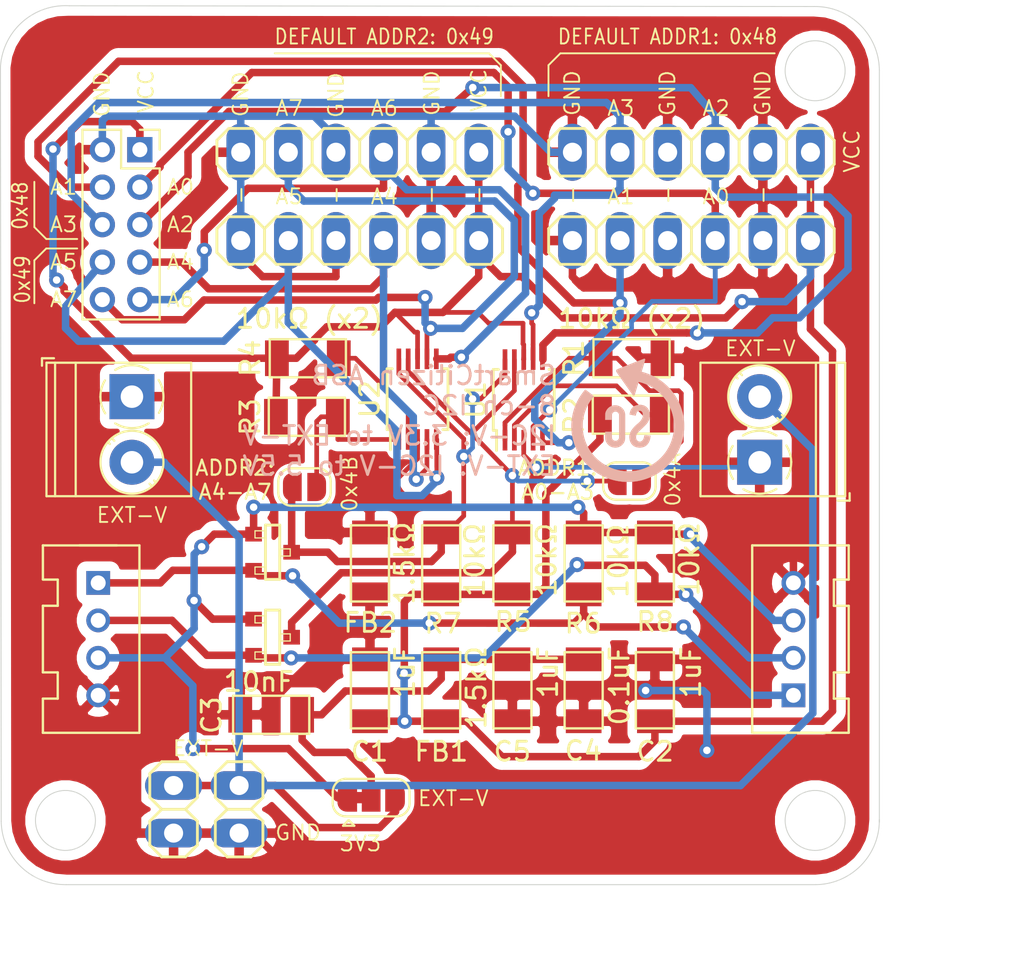
<source format=kicad_pcb>
(kicad_pcb (version 20171130) (host pcbnew "(5.1.5-0-10_14)")
  (layers (0 F.Cu signal) (31 B.Cu signal) (34 B.Paste user) (35 F.Paste user) (36 B.SilkS user) (37 F.SilkS user) (38 B.Mask user) (39 F.Mask user) (44 Edge.Cuts user))
  (net 0 "")
  (net 1 GND)
  (net 2 VCC)
  (net 3 "Net-(C3-Pad1)")
  (net 4 3V3)
  (net 5 SDA3V3)
  (net 6 SCL3V3)
  (net 7 5V)
  (net 8 A4)
  (net 9 A5)
  (net 10 A2)
  (net 11 A3)
  (net 12 A0)
  (net 13 A1)
  (net 14 A6)
  (net 15 A7)
  (net 16 ADDR1)
  (net 17 ALRT1)
  (net 18 ADDR2)
  (net 19 ALRT2)
  (net 20 SDA)
  (net 21 SCL)
  (module fab:fab-C1206FAB (layer F.Cu) (at 147.066 109.8042 90)
    (fp_text reference C1 (at -3.27152 -0.0254 180) (layer F.SilkS) (effects (font (size 1.016 1.016) (thickness 0.1524))))
    (fp_text value 1uF (at 0.9652 1.86436 90) (layer F.SilkS) (effects (font (size 1.016 1.016) (thickness 0.1524))))
    (pad 2 smd rect (at 1.651 0 90) (size 1.27 1.905) (layers F.Cu F.Paste F.Mask) (net 1 GND))
    (pad 1 smd rect (at -1.651 0 90) (size 1.27 1.905) (layers F.Cu F.Paste F.Mask) (net 2 VCC))
  )
  (module fab:fab-C1206FAB (layer F.Cu) (at 162.2679 109.8042 90)
    (fp_text reference C2 (at -3.27152 0.0127 180) (layer F.SilkS) (effects (font (size 1.016 1.016) (thickness 0.1524))))
    (fp_text value 1uF (at 0.9652 1.92786 90) (layer F.SilkS) (effects (font (size 1.016 1.016) (thickness 0.1524))))
    (pad 2 smd rect (at 1.651 0 90) (size 1.27 1.905) (layers F.Cu F.Paste F.Mask) (net 1 GND))
    (pad 1 smd rect (at -1.651 0 90) (size 1.27 1.905) (layers F.Cu F.Paste F.Mask) (net 2 VCC))
  )
  (module fab:fab-C1206FAB (layer F.Cu) (at 141.7955 111.1123 180)
    (fp_text reference C3 (at 3.17754 -0.02286 90) (layer F.SilkS) (effects (font (size 1.016 1.016) (thickness 0.1524))))
    (fp_text value 10nF (at 0.66294 1.76022) (layer F.SilkS) (effects (font (size 1.016 1.016) (thickness 0.1524))))
    (pad 2 smd rect (at 1.651 0 180) (size 1.27 1.905) (layers F.Cu F.Paste F.Mask) (net 1 GND))
    (pad 1 smd rect (at -1.651 0 180) (size 1.27 1.905) (layers F.Cu F.Paste F.Mask) (net 3 "Net-(C3-Pad1)"))
  )
  (module fab:fab-C1206FAB (layer F.Cu) (at 158.467425 109.8042 270)
    (fp_text reference C4 (at 3.23088 0.017145 180) (layer F.SilkS) (effects (font (size 1.016 1.016) (thickness 0.1524))))
    (fp_text value 0.1uF (at -0.239485 -1.911985 90) (layer F.SilkS) (effects (font (size 1.016 1.016) (thickness 0.1524))))
    (pad 2 smd rect (at 1.651 0 270) (size 1.27 1.905) (layers F.Cu F.Paste F.Mask) (net 1 GND))
    (pad 1 smd rect (at -1.651 0 270) (size 1.27 1.905) (layers F.Cu F.Paste F.Mask) (net 3 "Net-(C3-Pad1)"))
  )
  (module fab:fab-C1206FAB (layer F.Cu) (at 154.66695 109.8042 270)
    (fp_text reference C5 (at 3.27152 0.00635 180) (layer F.SilkS) (effects (font (size 1.016 1.016) (thickness 0.1524))))
    (fp_text value 1uF (at -0.9652 -1.89611 90) (layer F.SilkS) (effects (font (size 1.016 1.016) (thickness 0.1524))))
    (pad 2 smd rect (at 1.651 0 270) (size 1.27 1.905) (layers F.Cu F.Paste F.Mask) (net 1 GND))
    (pad 1 smd rect (at -1.651 0 270) (size 1.27 1.905) (layers F.Cu F.Paste F.Mask) (net 3 "Net-(C3-Pad1)"))
  )
  (module fab:fab-1X06 (layer F.Cu) (at 146.5199 85.80882)
    (fp_text reference M1 hide)
    (fp_text value PINHD-1x06-HEADER)
    (pad 6 thru_hole oval (at 6.35 0 90) (size 3.048 1.524) (drill 1.016) (layers *.Cu *.Mask) (net 2 VCC))
    (pad 5 thru_hole oval (at 3.81 0 90) (size 3.048 1.524) (drill 1.016) (layers *.Cu *.Mask) (net 1 GND))
    (pad 4 thru_hole oval (at 1.27 0 90) (size 3.048 1.524) (drill 1.016) (layers *.Cu *.Mask) (net 8 A4))
    (pad 3 thru_hole oval (at -1.27 0 90) (size 3.048 1.524) (drill 1.016) (layers *.Cu *.Mask) (net 1 GND))
    (pad 2 thru_hole oval (at -3.81 0 90) (size 3.048 1.524) (drill 1.016) (layers *.Cu *.Mask) (net 9 A5))
    (pad 1 thru_hole oval (at -6.35 0 90) (size 3.048 1.524) (drill 1.016) (layers *.Cu *.Mask) (net 1 GND))
  )
  (module fab:fab-1X06 (layer F.Cu) (at 164.21862 85.80882)
    (fp_text reference M2 hide)
    (fp_text value PINHD-1x06-HEADER)
    (pad 6 thru_hole oval (at 6.35 0 90) (size 3.048 1.524) (drill 1.016) (layers *.Cu *.Mask) (net 2 VCC))
    (pad 5 thru_hole oval (at 3.81 0 90) (size 3.048 1.524) (drill 1.016) (layers *.Cu *.Mask) (net 1 GND))
    (pad 4 thru_hole oval (at 1.27 0 90) (size 3.048 1.524) (drill 1.016) (layers *.Cu *.Mask) (net 12 A0))
    (pad 3 thru_hole oval (at -1.27 0 90) (size 3.048 1.524) (drill 1.016) (layers *.Cu *.Mask) (net 1 GND))
    (pad 2 thru_hole oval (at -3.81 0 90) (size 3.048 1.524) (drill 1.016) (layers *.Cu *.Mask) (net 13 A1))
    (pad 1 thru_hole oval (at -6.35 0 90) (size 3.048 1.524) (drill 1.016) (layers *.Cu *.Mask) (net 1 GND))
  )
  (module fab:fab-1X06 (layer F.Cu) (at 146.5199 81.09712)
    (fp_text reference M3 hide)
    (fp_text value PINHD-1x06-HEADER)
    (pad 6 thru_hole oval (at 6.35 0 90) (size 3.048 1.524) (drill 1.016) (layers *.Cu *.Mask) (net 2 VCC))
    (pad 5 thru_hole oval (at 3.81 0 90) (size 3.048 1.524) (drill 1.016) (layers *.Cu *.Mask) (net 1 GND))
    (pad 4 thru_hole oval (at 1.27 0 90) (size 3.048 1.524) (drill 1.016) (layers *.Cu *.Mask) (net 14 A6))
    (pad 3 thru_hole oval (at -1.27 0 90) (size 3.048 1.524) (drill 1.016) (layers *.Cu *.Mask) (net 1 GND))
    (pad 2 thru_hole oval (at -3.81 0 90) (size 3.048 1.524) (drill 1.016) (layers *.Cu *.Mask) (net 15 A7))
    (pad 1 thru_hole oval (at -6.35 0 90) (size 3.048 1.524) (drill 1.016) (layers *.Cu *.Mask) (net 1 GND))
  )
  (module fab:fab-1X06 (layer F.Cu) (at 164.21862 81.09712)
    (fp_text reference M4 hide)
    (fp_text value PINHD-1x06-HEADER)
    (pad 6 thru_hole oval (at 6.35 0 90) (size 3.048 1.524) (drill 1.016) (layers *.Cu *.Mask) (net 2 VCC))
    (pad 5 thru_hole oval (at 3.81 0 90) (size 3.048 1.524) (drill 1.016) (layers *.Cu *.Mask) (net 1 GND))
    (pad 4 thru_hole oval (at 1.27 0 90) (size 3.048 1.524) (drill 1.016) (layers *.Cu *.Mask) (net 10 A2))
    (pad 3 thru_hole oval (at -1.27 0 90) (size 3.048 1.524) (drill 1.016) (layers *.Cu *.Mask) (net 1 GND))
    (pad 2 thru_hole oval (at -3.81 0 90) (size 3.048 1.524) (drill 1.016) (layers *.Cu *.Mask) (net 11 A3))
    (pad 1 thru_hole oval (at -6.35 0 90) (size 3.048 1.524) (drill 1.016) (layers *.Cu *.Mask) (net 1 GND))
  )
  (module fab:fab-1X02 (layer F.Cu) (at 136.5885 116.155099 90)
    (fp_text reference M5 hide)
    (fp_text value PINHD-1x02-HEADER)
    (pad 2 thru_hole oval (at 1.27 0 180) (size 3.048 1.524) (drill 1.016) (layers *.Cu *.Mask) (net 7 5V))
    (pad 1 thru_hole oval (at -1.27 0 180) (size 3.048 1.524) (drill 1.016) (layers *.Cu *.Mask) (net 1 GND))
  )
  (module fab:fab-1X02 (layer F.Cu) (at 140.0842 116.155099 90)
    (fp_text reference M6 hide)
    (fp_text value PINHD-1x02-HEADER)
    (pad 2 thru_hole oval (at 1.27 0 180) (size 3.048 1.524) (drill 1.016) (layers *.Cu *.Mask) (net 7 5V))
    (pad 1 thru_hole oval (at -1.27 0 180) (size 3.048 1.524) (drill 1.016) (layers *.Cu *.Mask) (net 1 GND))
  )
  (module fab:fab-R1206FAB (layer F.Cu) (at 161.0233 92.0877)
    (fp_text reference R1 (at -3.07594 -0.00254 90) (layer F.SilkS) (effects (font (size 1.016 1.016) (thickness 0.1524))))
    (fp_text value "10kΩ (x2)" (at 0.00762 -2.11074) (layer F.SilkS) (effects (font (size 1.016 1.016) (thickness 0.1524))))
    (pad 2 smd rect (at 1.651 0) (size 1.27 1.905) (layers F.Cu F.Paste F.Mask) (net 1 GND))
    (pad 1 smd rect (at -1.651 0) (size 1.27 1.905) (layers F.Cu F.Paste F.Mask) (net 16 ADDR1))
  )
  (module fab:fab-R1206FAB (layer F.Cu) (at 160.9852 95.0976)
    (fp_text reference R2 (at -3.03784 0.04064 90) (layer F.SilkS) (effects (font (size 1.016 1.016) (thickness 0.1524))))
    (fp_text value 10kΩ hide)
    (pad 2 smd rect (at 1.651 0) (size 1.27 1.905) (layers F.Cu F.Paste F.Mask) (net 17 ALRT1))
    (pad 1 smd rect (at -1.651 0) (size 1.27 1.905) (layers F.Cu F.Paste F.Mask) (net 2 VCC))
  )
  (module fab:fab-R1206FAB (layer F.Cu) (at 143.7005 95.2119 180)
    (fp_text reference R3 (at 3.02006 -0.00762 90) (layer F.SilkS) (effects (font (size 1.016 1.016) (thickness 0.1524))))
    (fp_text value 10kΩ hide)
    (pad 2 smd rect (at 1.651 0 180) (size 1.27 1.905) (layers F.Cu F.Paste F.Mask) (net 2 VCC))
    (pad 1 smd rect (at -1.651 0 180) (size 1.27 1.905) (layers F.Cu F.Paste F.Mask) (net 18 ADDR2))
  )
  (module fab:fab-R1206FAB (layer F.Cu) (at 143.7513 92.0877)
    (fp_text reference R4 (at -3.07086 -0.00254 90) (layer F.SilkS) (effects (font (size 1.016 1.016) (thickness 0.1524))))
    (fp_text value "10kΩ (x2)" (at 0.08382 -2.11074) (layer F.SilkS) (effects (font (size 1.016 1.016) (thickness 0.1524))))
    (pad 2 smd rect (at 1.651 0) (size 1.27 1.905) (layers F.Cu F.Paste F.Mask) (net 19 ALRT2))
    (pad 1 smd rect (at -1.651 0) (size 1.27 1.905) (layers F.Cu F.Paste F.Mask) (net 2 VCC))
  )
  (module fab:fab-R1206FAB (layer F.Cu) (at 154.66695 103.0351 90)
    (fp_text reference R5 (at -3.12166 0.03937 180) (layer F.SilkS) (effects (font (size 1.016 1.016) (thickness 0.1524))))
    (fp_text value 10kΩ (at 0.1905 1.82245 90) (layer F.SilkS) (effects (font (size 1.016 1.016) (thickness 0.1524))))
    (pad 2 smd rect (at 1.651 0 90) (size 1.27 1.905) (layers F.Cu F.Paste F.Mask) (net 20 SDA))
    (pad 1 smd rect (at -1.651 0 90) (size 1.27 1.905) (layers F.Cu F.Paste F.Mask) (net 2 VCC))
  )
  (module fab:fab-R1206FAB (layer F.Cu) (at 158.467425 103.0351 270)
    (fp_text reference R6 (at 3.20802 0.017145 180) (layer F.SilkS) (effects (font (size 1.016 1.016) (thickness 0.1524))))
    (fp_text value 10kΩ (at -0.14478 -1.852295 90) (layer F.SilkS) (effects (font (size 1.016 1.016) (thickness 0.1524))))
    (pad 2 smd rect (at 1.651 0 270) (size 1.27 1.905) (layers F.Cu F.Paste F.Mask) (net 6 SCL3V3))
    (pad 1 smd rect (at -1.651 0 270) (size 1.27 1.905) (layers F.Cu F.Paste F.Mask) (net 4 3V3))
  )
  (module fab:fab-R1206FAB (layer F.Cu) (at 150.866475 103.0351 90)
    (fp_text reference R7 (at -3.20802 0.095885 180) (layer F.SilkS) (effects (font (size 1.016 1.016) (thickness 0.1524))))
    (fp_text value 10kΩ (at 0.1905 1.792605 90) (layer F.SilkS) (effects (font (size 1.016 1.016) (thickness 0.1524))))
    (pad 2 smd rect (at 1.651 0 90) (size 1.27 1.905) (layers F.Cu F.Paste F.Mask) (net 21 SCL))
    (pad 1 smd rect (at -1.651 0 90) (size 1.27 1.905) (layers F.Cu F.Paste F.Mask) (net 2 VCC))
  )
  (module fab:fab-R1206FAB (layer F.Cu) (at 162.2679 103.0351 270)
    (fp_text reference R8 (at 3.12166 -0.0127 180) (layer F.SilkS) (effects (font (size 1.016 1.016) (thickness 0.1524))))
    (fp_text value 10kΩ (at -0.23114 -1.8415 90) (layer F.SilkS) (effects (font (size 1.016 1.016) (thickness 0.1524))))
    (pad 2 smd rect (at 1.651 0 270) (size 1.27 1.905) (layers F.Cu F.Paste F.Mask) (net 5 SDA3V3))
    (pad 1 smd rect (at -1.651 0 270) (size 1.27 1.905) (layers F.Cu F.Paste F.Mask) (net 4 3V3))
  )
  (module fab:fab-SOT-23 (layer F.Cu) (at 141.8717 106.9975 90)
    (fp_text reference T1 hide)
    (fp_text value NMOSFETSOT23 hide)
    (pad 3 smd rect (at 0.9906 -1.016 90) (size 0.7874 0.889) (layers F.Cu F.Paste F.Mask) (net 4 3V3))
    (pad 2 smd rect (at -0.9398 -1.016 90) (size 0.7874 0.889) (layers F.Cu F.Paste F.Mask) (net 5 SDA3V3))
    (pad 1 smd rect (at 0.0254 1.016 90) (size 0.7874 0.889) (layers F.Cu F.Paste F.Mask) (net 20 SDA))
  )
  (module fab:fab-SOT-23 (layer F.Cu) (at 141.8717 102.4636 90)
    (fp_text reference T2 hide)
    (fp_text value NMOSFETSOT23 hide)
    (pad 3 smd rect (at 0.9906 -1.016 90) (size 0.7874 0.889) (layers F.Cu F.Paste F.Mask) (net 4 3V3))
    (pad 2 smd rect (at -0.9398 -1.016 90) (size 0.7874 0.889) (layers F.Cu F.Paste F.Mask) (net 6 SCL3V3))
    (pad 1 smd rect (at 0.0254 1.016 90) (size 0.7874 0.889) (layers F.Cu F.Paste F.Mask) (net 21 SCL))
  )
  (module LOGO:Logo_5000 (layer B.Cu) (at 160.655 95.377 180)
    (fp_text reference G*** hide)
    (fp_text value LOGO hide)
  )
  (module OPL_Connector:HW4-2.0 (layer F.Cu) (at 132.566 107.0737 270)
    (fp_text reference J2 hide)
    (fp_text value GROVE2)
    (pad 4 thru_hole circle (at 2.99974 0 270) (size 1.27 1.27) (drill 0.79756) (layers *.Cu *.Mask) (net 1 GND))
    (pad 3 thru_hole circle (at 0.99822 0 270) (size 1.27 1.27) (drill 0.79756) (layers *.Cu *.Mask) (net 4 3V3))
    (pad 2 thru_hole circle (at -0.99822 0 270) (size 1.27 1.27) (drill 0.79756) (layers *.Cu *.Mask) (net 5 SDA3V3))
    (pad 1 thru_hole rect (at -2.99974 0 270) (size 1.27 1.27) (drill 0.79756) (layers *.Cu *.Mask) (net 6 SCL3V3))
  )
  (module Jumper:SolderJumper-2_P1.3mm_Open_RoundedPad1.0x1.5mm (layer F.Cu) (at 143.5735 98.9584 180)
    (fp_text reference JP3 hide)
    (fp_text value Jumper_2_Open)
    (pad 2 smd custom (at 0.65 0 180) (size 1 0.5) (layers F.Cu F.Mask) (net 21 SCL) (options (clearance outline) (anchor rect)) (primitives (gr_circle (center 0 0.25) (end 0.5 0.25) (width 0)) (gr_circle (center 0 -0.25) (end 0.5 -0.25) (width 0)) (gr_poly (pts (xy 0 -0.75) (xy -0.5 -0.75) (xy -0.5 0.75) (xy 0 0.75)) (width 0))))
    (pad 1 smd custom (at -0.65 0 180) (size 1 0.5) (layers F.Cu F.Mask) (net 18 ADDR2) (options (clearance outline) (anchor rect)) (primitives (gr_circle (center 0 0.25) (end 0.5 0.25) (width 0)) (gr_circle (center 0 -0.25) (end 0.5 -0.25) (width 0)) (gr_poly (pts (xy 0 -0.75) (xy 0.5 -0.75) (xy 0.5 0.75) (xy 0 0.75)) (width 0))))
  )
  (module Jumper:SolderJumper-2_P1.3mm_Open_RoundedPad1.0x1.5mm (layer F.Cu) (at 160.909 98.6409 180)
    (fp_text reference JP2 hide)
    (fp_text value Jumper_2_Open)
    (pad 2 smd custom (at 0.65 0 180) (size 1 0.5) (layers F.Cu F.Mask) (net 20 SDA) (options (clearance outline) (anchor rect)) (primitives (gr_circle (center 0 0.25) (end 0.5 0.25) (width 0)) (gr_circle (center 0 -0.25) (end 0.5 -0.25) (width 0)) (gr_poly (pts (xy 0 -0.75) (xy -0.5 -0.75) (xy -0.5 0.75) (xy 0 0.75)) (width 0))))
    (pad 1 smd custom (at -0.65 0 180) (size 1 0.5) (layers F.Cu F.Mask) (net 16 ADDR1) (options (clearance outline) (anchor rect)) (primitives (gr_circle (center 0 0.25) (end 0.5 0.25) (width 0)) (gr_circle (center 0 -0.25) (end 0.5 -0.25) (width 0)) (gr_poly (pts (xy 0 -0.75) (xy 0.5 -0.75) (xy 0.5 0.75) (xy 0 0.75)) (width 0))))
  )
  (module Jumper:SolderJumper-3_P1.3mm_Bridged12_RoundedPad1.0x1.5mm (layer F.Cu) (at 147.1295 115.5319)
    (fp_text reference JP1 hide)
    (fp_text value SolderJumper_3_Bridged12)
    (fp_poly (pts (xy -0.9 -0.3) (xy -0.4 -0.3) (xy -0.4 0.3) (xy -0.9 0.3)) (layer F.Cu) (width 0))
    (pad 1 smd custom (at -1.3 0) (size 1 0.5) (layers F.Cu F.Mask) (net 4 3V3) (options (clearance outline) (anchor rect)) (primitives (gr_circle (center 0 0.25) (end 0.5 0.25) (width 0)) (gr_circle (center 0 -0.25) (end 0.5 -0.25) (width 0)) (gr_poly (pts (xy 0.55 -0.75) (xy 0 -0.75) (xy 0 0.75) (xy 0.55 0.75)) (width 0))))
    (pad 2 smd rect (at 0 0) (size 1 1.5) (layers F.Cu F.Mask) (net 3 "Net-(C3-Pad1)"))
    (pad 3 smd custom (at 1.3 0) (size 1 0.5) (layers F.Cu F.Mask) (net 7 5V) (options (clearance outline) (anchor rect)) (primitives (gr_circle (center 0 0.25) (end 0.5 0.25) (width 0)) (gr_circle (center 0 -0.25) (end 0.5 -0.25) (width 0)) (gr_poly (pts (xy -0.55 -0.75) (xy 0 -0.75) (xy 0 0.75) (xy -0.55 0.75)) (width 0))))
  )
  (module Package_SO:TSSOP-10_3x3mm_P0.5mm (layer F.Cu) (at 149.606 94.2721 90)
    (fp_text reference U2 (at 0 -2.55 90) (layer F.SilkS))
    (fp_text value ADS1115IDGS)
    (pad 10 smd rect (at 2.15 -1 90) (size 1.1 0.25) (layers F.Cu F.Paste F.Mask) (net 21 SCL))
    (pad 9 smd rect (at 2.15 -0.5 90) (size 1.1 0.25) (layers F.Cu F.Paste F.Mask) (net 20 SDA))
    (pad 8 smd rect (at 2.15 0 90) (size 1.1 0.25) (layers F.Cu F.Paste F.Mask) (net 2 VCC))
    (pad 7 smd rect (at 2.15 0.5 90) (size 1.1 0.25) (layers F.Cu F.Paste F.Mask) (net 15 A7))
    (pad 6 smd rect (at 2.15 1 90) (size 1.1 0.25) (layers F.Cu F.Paste F.Mask) (net 14 A6))
    (pad 5 smd rect (at -2.15 1 90) (size 1.1 0.25) (layers F.Cu F.Paste F.Mask) (net 9 A5))
    (pad 4 smd rect (at -2.15 0.5 90) (size 1.1 0.25) (layers F.Cu F.Paste F.Mask) (net 8 A4))
    (pad 3 smd rect (at -2.15 0 90) (size 1.1 0.25) (layers F.Cu F.Paste F.Mask) (net 1 GND))
    (pad 2 smd rect (at -2.15 -0.5 90) (size 1.1 0.25) (layers F.Cu F.Paste F.Mask) (net 19 ALRT2))
    (pad 1 smd rect (at -2.15 -1 90) (size 1.1 0.25) (layers F.Cu F.Paste F.Mask) (net 18 ADDR2))
  )
  (module Package_SO:TSSOP-10_3x3mm_P0.5mm (layer F.Cu) (at 155.2702 94.3102 90)
    (fp_text reference U1 (at 0 -2.55 90) (layer F.SilkS))
    (fp_text value ADS1115IDGS)
    (pad 10 smd rect (at 2.15 -1 90) (size 1.1 0.25) (layers F.Cu F.Paste F.Mask) (net 21 SCL))
    (pad 9 smd rect (at 2.15 -0.5 90) (size 1.1 0.25) (layers F.Cu F.Paste F.Mask) (net 20 SDA))
    (pad 8 smd rect (at 2.15 0 90) (size 1.1 0.25) (layers F.Cu F.Paste F.Mask) (net 2 VCC))
    (pad 7 smd rect (at 2.15 0.5 90) (size 1.1 0.25) (layers F.Cu F.Paste F.Mask) (net 11 A3))
    (pad 6 smd rect (at 2.15 1 90) (size 1.1 0.25) (layers F.Cu F.Paste F.Mask) (net 10 A2))
    (pad 5 smd rect (at -2.15 1 90) (size 1.1 0.25) (layers F.Cu F.Paste F.Mask) (net 13 A1))
    (pad 4 smd rect (at -2.15 0.5 90) (size 1.1 0.25) (layers F.Cu F.Paste F.Mask) (net 12 A0))
    (pad 3 smd rect (at -2.15 0 90) (size 1.1 0.25) (layers F.Cu F.Paste F.Mask) (net 1 GND))
    (pad 2 smd rect (at -2.15 -0.5 90) (size 1.1 0.25) (layers F.Cu F.Paste F.Mask) (net 17 ALRT1))
    (pad 1 smd rect (at -2.15 -1 90) (size 1.1 0.25) (layers F.Cu F.Paste F.Mask) (net 16 ADDR1))
  )
  (module Connector_PinSocket_2.00mm:PinSocket_2x05_P2.00mm_Vertical (layer F.Cu) (at 134.78764 80.95996)
    (fp_text reference J5 hide)
    (fp_text value Conn_02x05_Odd_Even)
    (pad 10 thru_hole oval (at -2 8) (size 1.35 1.35) (drill 0.8) (layers *.Cu *.Mask) (net 15 A7))
    (pad 9 thru_hole oval (at 0 8) (size 1.35 1.35) (drill 0.8) (layers *.Cu *.Mask) (net 14 A6))
    (pad 8 thru_hole oval (at -2 6) (size 1.35 1.35) (drill 0.8) (layers *.Cu *.Mask) (net 9 A5))
    (pad 7 thru_hole oval (at 0 6) (size 1.35 1.35) (drill 0.8) (layers *.Cu *.Mask) (net 8 A4))
    (pad 6 thru_hole oval (at -2 4) (size 1.35 1.35) (drill 0.8) (layers *.Cu *.Mask) (net 11 A3))
    (pad 5 thru_hole oval (at 0 4) (size 1.35 1.35) (drill 0.8) (layers *.Cu *.Mask) (net 10 A2))
    (pad 4 thru_hole oval (at -2 2) (size 1.35 1.35) (drill 0.8) (layers *.Cu *.Mask) (net 13 A1))
    (pad 3 thru_hole oval (at 0 2) (size 1.35 1.35) (drill 0.8) (layers *.Cu *.Mask) (net 12 A0))
    (pad 2 thru_hole oval (at -2 0) (size 1.35 1.35) (drill 0.8) (layers *.Cu *.Mask) (net 1 GND))
    (pad 1 thru_hole rect (at 0 0) (size 1.35 1.35) (drill 0.8) (layers *.Cu *.Mask) (net 2 VCC))
  )
  (module TerminalBlock_Phoenix:TerminalBlock_Phoenix_PT-1,5-2-3.5-H_1x02_P3.50mm_Horizontal (layer F.Cu) (at 167.8593 97.6376 90)
    (fp_text reference J4 hide)
    (fp_text value EXT_V)
    (pad 2 thru_hole circle (at 3.5 0 90) (size 2.4 2.4) (drill 1.2) (layers *.Cu *.Mask) (net 7 5V))
    (pad 1 thru_hole rect (at 0 0 90) (size 2.4 2.4) (drill 1.2) (layers *.Cu *.Mask) (net 1 GND))
  )
  (module TerminalBlock_Phoenix:TerminalBlock_Phoenix_PT-1,5-2-3.5-H_1x02_P3.50mm_Horizontal (layer F.Cu) (at 134.366 94.1376 270)
    (fp_text reference J3 hide)
    (fp_text value EXT_V)
    (pad 2 thru_hole circle (at 3.5 0 270) (size 2.4 2.4) (drill 1.2) (layers *.Cu *.Mask) (net 7 5V))
    (pad 1 thru_hole rect (at 0 0 270) (size 2.4 2.4) (drill 1.2) (layers *.Cu *.Mask) (net 1 GND))
  )
  (module OPL_Connector:HW4-2.0 (layer F.Cu) (at 169.6593 107.0737 90)
    (fp_text reference J1 hide)
    (fp_text value GROVE1)
    (pad 4 thru_hole circle (at 2.99974 0 90) (size 1.27 1.27) (drill 0.79756) (layers *.Cu *.Mask) (net 1 GND))
    (pad 3 thru_hole circle (at 0.99822 0 90) (size 1.27 1.27) (drill 0.79756) (layers *.Cu *.Mask) (net 4 3V3))
    (pad 2 thru_hole circle (at -0.99822 0 90) (size 1.27 1.27) (drill 0.79756) (layers *.Cu *.Mask) (net 5 SDA3V3))
    (pad 1 thru_hole rect (at -2.99974 0 90) (size 1.27 1.27) (drill 0.79756) (layers *.Cu *.Mask) (net 6 SCL3V3))
  )
  (module fab:fab-C1206FAB (layer F.Cu) (at 147.066 103.0351 90)
    (fp_text reference FB2 (at -3.1623 0.02032 180) (layer F.SilkS) (effects (font (size 1.016 1.016) (thickness 0.1524))))
    (fp_text value 1.5kΩ (at 0.01778 1.84912 90) (layer F.SilkS) (effects (font (size 1.016 1.016) (thickness 0.1524))))
    (pad 2 smd rect (at 1.651 0 90) (size 1.27 1.905) (layers F.Cu F.Paste F.Mask) (net 1 GND))
    (pad 1 smd rect (at -1.651 0 90) (size 1.27 1.905) (layers F.Cu F.Paste F.Mask) (net 1 GND))
  )
  (module fab:fab-C1206FAB (layer F.Cu) (at 150.866475 109.8042 90)
    (fp_text reference FB1 (at -3.27152 0.004445 180) (layer F.SilkS) (effects (font (size 1.016 1.016) (thickness 0.1524))))
    (fp_text value 1.5kΩ (at 0.142723 1.880235 90) (layer F.SilkS) (effects (font (size 1.016 1.016) (thickness 0.1524))))
    (pad 2 smd rect (at 1.651 0 90) (size 1.27 1.905) (layers F.Cu F.Paste F.Mask) (net 3 "Net-(C3-Pad1)"))
    (pad 1 smd rect (at -1.651 0 90) (size 1.27 1.905) (layers F.Cu F.Paste F.Mask) (net 2 VCC))
  )
  (gr_text "ADDR2:\nA4-A7" (at 139.87 98.58) (layer F.SilkS) (effects (font (size 0.8 0.8) (thickness 0.12))))
  (gr_text "ADDR1:\nA0-A3" (at 157.08 98.58) (layer F.SilkS) (effects (font (size 0.8 0.8) (thickness 0.12))))
  (gr_text "SmartCitizen ASB\n8-ch I2C\nI2C-V: 3.3V to EXT-V\nEXT-V: I2C-V to 5.5V" (at 157.0863 95.41764) (layer B.SilkS) (effects (font (size 1 1)) (justify left mirror)))
  (gr_line (start 129.794 85.725) (end 131.445 85.725) (layer F.SilkS) (width 0.1))
  (gr_line (start 129.159 85.09) (end 129.159 82.677) (layer F.SilkS) (width 0.1))
  (gr_line (start 129.159 85.09) (end 129.794 85.725) (layer F.SilkS) (width 0.1))
  (gr_line (start 129.794 86.233) (end 131.445 86.233) (layer F.SilkS) (width 0.1))
  (gr_line (start 129.159 86.868) (end 129.159 89.154) (layer F.SilkS) (width 0.1))
  (gr_line (start 129.159 86.868) (end 129.794 86.233) (layer F.SilkS) (width 0.1))
  (gr_text 0x48 (at 128.397 83.947 90) (layer F.SilkS) (effects (font (size 0.8 0.7) (thickness 0.1))))
  (gr_text 0x49 (at 128.524 87.884 90) (layer F.SilkS) (effects (font (size 0.8 0.7) (thickness 0.1))))
  (gr_text 0x4B (at 145.98 98.79 90) (layer F.SilkS) (effects (font (size 0.8 0.8) (thickness 0.1))))
  (gr_text 0x4A (at 163.22 98.57 90) (layer F.SilkS) (effects (font (size 0.8 0.8) (thickness 0.1))))
  (gr_line (start 154.051 76.454) (end 154.051 78.105) (layer F.SilkS) (width 0.1))
  (gr_line (start 153.416 75.819) (end 154.051 76.454) (layer F.SilkS) (width 0.1))
  (gr_line (start 153.416 75.819) (end 141.986 75.819) (layer F.SilkS) (width 0.1))
  (gr_line (start 156.591 76.454) (end 156.591 78.105) (layer F.SilkS) (width 0.1))
  (gr_line (start 157.226 75.819) (end 156.591 76.454) (layer F.SilkS) (width 0.1))
  (gr_line (start 157.226 75.819) (end 168.656 75.819) (layer F.SilkS) (width 0.1))
  (gr_text "DEFAULT ADDR2: 0x49" (at 147.828 74.93) (layer F.SilkS) (effects (font (size 0.8 0.7) (thickness 0.1))))
  (gr_text "DEFAULT ADDR1: 0x48" (at 162.941 74.93) (layer F.SilkS) (effects (font (size 0.8 0.7) (thickness 0.1))))
  (gr_text A5 (at 142.753079 83.45932) (layer F.SilkS) (effects (font (size 0.8 0.8) (thickness 0.1))))
  (gr_text "A7\n" (at 142.753079 78.74762) (layer F.SilkS) (effects (font (size 0.8 0.8) (thickness 0.1))))
  (gr_text "A6\n" (at 147.833079 78.74762) (layer F.SilkS) (effects (font (size 0.8 0.8) (thickness 0.1))))
  (gr_text "A4\n" (at 147.833079 83.45932) (layer F.SilkS) (effects (font (size 0.8 0.8) (thickness 0.1))))
  (gr_text "A1\n" (at 160.451799 83.45932) (layer F.SilkS) (effects (font (size 0.8 0.8) (thickness 0.1))))
  (gr_text "A3\n" (at 160.451799 78.74762) (layer F.SilkS) (effects (font (size 0.8 0.8) (thickness 0.1))))
  (gr_text "A2\n" (at 165.531799 78.74762) (layer F.SilkS) (effects (font (size 0.8 0.8) (thickness 0.1))))
  (gr_text "A0\n" (at 165.531799 83.45932) (layer F.SilkS) (effects (font (size 0.8 0.8) (thickness 0.1))))
  (gr_text EXT-V (at 167.894 91.567) (layer F.SilkS) (effects (font (size 0.8 0.8) (thickness 0.1))))
  (gr_text EXT-V (at 134.366 100.457) (layer F.SilkS) (effects (font (size 0.8 0.8) (thickness 0.1))))
  (gr_text EXT-V (at 151.511 115.57) (layer F.SilkS) (effects (font (size 0.8 0.8) (thickness 0.1))))
  (gr_text 3V3 (at 146.558 117.983) (layer F.SilkS) (effects (font (size 0.8 0.8) (thickness 0.1))))
  (gr_text GND (at 143.2306 117.3988) (layer F.SilkS) (effects (font (size 0.8 0.8) (thickness 0.1))))
  (gr_text EXT-V (at 138.43 112.903) (layer F.SilkS) (effects (font (size 0.8 0.8) (thickness 0.1))))
  (gr_line (start 170.60672 83.058) (end 170.60672 83.693) (layer F.SilkS) (width 0.1))
  (gr_line (start 168.06672 83.058) (end 168.06672 83.693) (layer F.SilkS) (width 0.1))
  (gr_line (start 162.98672 83.058) (end 162.98672 83.693) (layer F.SilkS) (width 0.1))
  (gr_line (start 157.90672 83.058) (end 157.90672 83.693) (layer F.SilkS) (width 0.1))
  (gr_line (start 140.208 83.058) (end 140.208 83.693) (layer F.SilkS) (width 0.1))
  (gr_line (start 145.288 83.058) (end 145.288 83.693) (layer F.SilkS) (width 0.1))
  (gr_line (start 152.908 83.058) (end 152.908 83.693) (layer F.SilkS) (width 0.1))
  (gr_line (start 150.368 83.058) (end 150.368 83.693) (layer F.SilkS) (width 0.1))
  (gr_text GND (at 168.021 77.94244 90) (layer F.SilkS) (effects (font (size 0.8 0.8) (thickness 0.1))))
  (gr_text GND (at 162.941 77.94244 90) (layer F.SilkS) (effects (font (size 0.8 0.8) (thickness 0.1))))
  (gr_text GND (at 157.861 77.94244 90) (layer F.SilkS) (effects (font (size 0.8 0.8) (thickness 0.1))))
  (gr_text GND (at 150.368 77.94244 90) (layer F.SilkS) (effects (font (size 0.8 0.8) (thickness 0.1))))
  (gr_text GND (at 145.25752 78.04912 90) (layer F.SilkS) (effects (font (size 0.8 0.8) (thickness 0.1))))
  (gr_text GND (at 140.16228 78.0034 90) (layer F.SilkS) (effects (font (size 0.8 0.8) (thickness 0.1))))
  (gr_text GND (at 132.7658 78.0034 90) (layer F.SilkS) (effects (font (size 0.8 0.8) (thickness 0.1))))
  (gr_text A1 (at 130.71856 82.95132) (layer F.SilkS) (effects (font (size 0.8 0.8) (thickness 0.1))))
  (gr_text A3 (at 130.71856 84.951146) (layer F.SilkS) (effects (font (size 0.8 0.8) (thickness 0.1))))
  (gr_text A5 (at 130.71856 86.950972) (layer F.SilkS) (effects (font (size 0.8 0.8) (thickness 0.1))))
  (gr_text A7 (at 130.71856 88.9508) (layer F.SilkS) (effects (font (size 0.8 0.8) (thickness 0.1))))
  (gr_text A6 (at 136.956799 88.9508) (layer F.SilkS) (effects (font (size 0.8 0.8) (thickness 0.1))))
  (gr_text A4 (at 136.956799 86.950972) (layer F.SilkS) (effects (font (size 0.8 0.8) (thickness 0.1))))
  (gr_text A2 (at 136.956799 84.951146) (layer F.SilkS) (effects (font (size 0.8 0.8) (thickness 0.1))))
  (gr_text "A0\n" (at 136.956799 82.95132) (layer F.SilkS) (effects (font (size 0.8 0.8) (thickness 0.1))))
  (gr_text VCC (at 135.11276 77.85608 90) (layer F.SilkS) (effects (font (size 0.8 0.8) (thickness 0.1))))
  (gr_text VCC (at 172.78096 81.04124 90) (layer F.SilkS) (effects (font (size 0.8 0.8) (thickness 0.1))))
  (gr_text VCC (at 152.87752 77.79512 90) (layer F.SilkS) (effects (font (size 0.8 0.8) (thickness 0.1))))
  (gr_line (start 127.351561 76.542879) (end 127.392001 116.788999) (layer Edge.Cuts) (width 0.05))
  (gr_line (start 170.777561 73.322441) (end 131.023561 73.282001) (layer Edge.Cuts) (width 0.05))
  (gr_arc (start 130.818 76.74844) (end 131.023561 73.282001) (angle -90) (layer Edge.Cuts) (width 0.05))
  (gr_line (start 174.244 116.84) (end 174.243999 76.708001) (layer Edge.Cuts) (width 0.05))
  (gr_line (start 174.244 116.84) (end 174.243999 116.708121) (layer Edge.Cuts) (width 0.05))
  (gr_line (start 130.858439 120.174559) (end 170.858439 120.174559) (layer Edge.Cuts) (width 0.05))
  (gr_arc (start 130.818 116.74856) (end 127.392001 116.788999) (angle -90) (layer Edge.Cuts) (width 0.05))
  (gr_arc (start 170.818 116.74856) (end 170.858439 120.174559) (angle -90) (layer Edge.Cuts) (width 0.05))
  (gr_arc (start 170.818 76.74844) (end 174.243999 76.708001) (angle -90) (layer Edge.Cuts) (width 0.05))
  (gr_circle (center 130.818 116.74856) (end 132.418 116.74856) (layer Edge.Cuts) (width 0.05))
  (gr_circle (center 170.818 116.74856) (end 172.418 116.74856) (layer Edge.Cuts) (width 0.05))
  (gr_circle (center 170.818 76.74844) (end 172.418 76.74844) (layer Edge.Cuts) (width 0.05))
  (segment (start 137.5283 111.1123) (end 140.1445 111.1123) (width 0.4) (layer F.Cu) (net 1))
  (segment (start 136.48944 110.07344) (end 137.5283 111.1123) (width 0.4) (layer F.Cu) (net 1))
  (segment (start 158.467425 111.4552) (end 154.66695 111.4552) (width 0.4) (layer F.Cu) (net 1))
  (segment (start 158.467425 110.4202) (end 159.070725 109.8169) (width 0.4) (layer F.Cu) (net 1))
  (segment (start 158.467425 111.4552) (end 158.467425 110.4202) (width 0.4) (layer F.Cu) (net 1))
  (segment (start 159.070725 109.8169) (end 161.7726 109.8169) (width 0.4) (layer F.Cu) (net 1))
  (segment (start 162.2679 109.3216) (end 162.2679 108.1532) (width 0.4) (layer F.Cu) (net 1))
  (segment (start 161.7726 109.8169) (end 162.2679 109.3216) (width 0.4) (layer F.Cu) (net 1))
  (segment (start 165.58006 108.1532) (end 162.2679 108.1532) (width 0.4) (layer F.Cu) (net 1))
  (segment (start 169.6593 104.07396) (end 165.58006 108.1532) (width 0.4) (layer F.Cu) (net 1))
  (segment (start 147.066 108.1532) (end 147.066 104.6861) (width 0.4) (layer F.Cu) (net 1))
  (segment (start 141.1795 111.1123) (end 140.1445 111.1123) (width 0.4) (layer F.Cu) (net 1))
  (segment (start 141.7828 110.468498) (end 141.7828 110.509) (width 0.4) (layer F.Cu) (net 1))
  (segment (start 141.7828 110.509) (end 141.1795 111.1123) (width 0.4) (layer F.Cu) (net 1))
  (segment (start 147.066 108.1532) (end 144.098098 108.1532) (width 0.4) (layer F.Cu) (net 1))
  (segment (start 169.6593 104.07396) (end 169.6593 102.8954) (width 0.4) (layer F.Cu) (net 1))
  (segment (start 167.8593 101.0954) (end 167.8593 97.6376) (width 0.4) (layer F.Cu) (net 1))
  (segment (start 169.6593 102.8954) (end 167.8593 101.0954) (width 0.4) (layer F.Cu) (net 1))
  (segment (start 163.7093 92.0877) (end 162.6743 92.0877) (width 0.4) (layer F.Cu) (net 1))
  (segment (start 163.7093 92.0877) (end 165.1127 93.4911) (width 0.4) (layer F.Cu) (net 1))
  (segment (start 166.2593 97.6376) (end 167.8593 97.6376) (width 0.4) (layer F.Cu) (net 1))
  (segment (start 165.1127 96.491) (end 166.2593 97.6376) (width 0.4) (layer F.Cu) (net 1))
  (segment (start 165.1127 93.4911) (end 165.1127 96.491) (width 0.4) (layer F.Cu) (net 1))
  (segment (start 149.606 96.4221) (end 149.606 97.4471) (width 0.25) (layer F.Cu) (net 1))
  (segment (start 147.066 99.9871) (end 147.066 101.3841) (width 0.25) (layer F.Cu) (net 1))
  (segment (start 149.606 97.4471) (end 147.066 99.9871) (width 0.25) (layer F.Cu) (net 1))
  (segment (start 143.01724 109.1946) (end 141.7828 110.468498) (width 0.4) (layer F.Cu) (net 1))
  (via (at 155.9306 97.90684) (size 0.8) (drill 0.4) (layers F.Cu B.Cu) (net 1))
  (segment (start 155.2702 97.24644) (end 155.9306 97.90684) (width 0.25) (layer F.Cu) (net 1))
  (segment (start 155.2702 96.4602) (end 155.2702 97.24644) (width 0.25) (layer F.Cu) (net 1))
  (segment (start 167.59006 97.90684) (end 167.8593 97.6376) (width 0.25) (layer B.Cu) (net 1))
  (segment (start 155.9306 97.90684) (end 167.59006 97.90684) (width 0.25) (layer B.Cu) (net 1))
  (segment (start 150.3299 79.17312) (end 150.3299 81.09712) (width 0.4) (layer B.Cu) (net 1))
  (segment (start 150.32991 79.17311) (end 150.3299 79.17312) (width 0.4) (layer B.Cu) (net 1))
  (segment (start 154.78261 79.17311) (end 150.32991 79.17311) (width 0.4) (layer B.Cu) (net 1))
  (segment (start 156.70662 81.09712) (end 154.78261 79.17311) (width 0.4) (layer B.Cu) (net 1))
  (segment (start 157.86862 81.09712) (end 156.70662 81.09712) (width 0.4) (layer B.Cu) (net 1))
  (segment (start 162.6743 92.0877) (end 162.6743 91.49842) (width 0.4) (layer F.Cu) (net 1))
  (segment (start 168.02862 89.18702) (end 168.02862 85.80882) (width 0.4) (layer F.Cu) (net 1))
  (segment (start 144.098098 108.1532) (end 143.01724 109.1946) (width 0.4) (layer F.Cu) (net 1))
  (segment (start 132.566 110.07344) (end 130.84556 108.353) (width 0.4) (layer F.Cu) (net 1))
  (segment (start 132.766 94.1376) (end 134.366 94.1376) (width 0.4) (layer F.Cu) (net 1))
  (segment (start 130.84556 96.05804) (end 132.766 94.1376) (width 0.4) (layer F.Cu) (net 1))
  (segment (start 130.84556 108.353) (end 130.84556 96.05804) (width 0.4) (layer F.Cu) (net 1))
  (segment (start 165.12794 92.0877) (end 168.02862 89.18702) (width 0.4) (layer F.Cu) (net 1))
  (segment (start 162.6743 92.0877) (end 165.12794 92.0877) (width 0.4) (layer F.Cu) (net 1))
  (segment (start 145.2499 87.73282) (end 145.2499 85.80882) (width 0.4) (layer F.Cu) (net 1))
  (segment (start 145.24989 87.73283) (end 145.2499 87.73282) (width 0.4) (layer F.Cu) (net 1))
  (segment (start 141.33191 87.73283) (end 145.24989 87.73283) (width 0.4) (layer F.Cu) (net 1))
  (segment (start 140.1699 86.57082) (end 141.33191 87.73283) (width 0.4) (layer F.Cu) (net 1))
  (segment (start 140.1699 85.80882) (end 140.1699 86.57082) (width 0.4) (layer F.Cu) (net 1))
  (segment (start 140.1699 81.09712) (end 140.1699 85.80882) (width 0.4) (layer B.Cu) (net 1))
  (segment (start 157.86862 87.73282) (end 158.47192 88.33612) (width 0.4) (layer F.Cu) (net 1))
  (segment (start 157.86862 85.80882) (end 157.86862 87.73282) (width 0.4) (layer F.Cu) (net 1))
  (segment (start 162.94862 87.73282) (end 162.94862 85.80882) (width 0.4) (layer F.Cu) (net 1))
  (segment (start 162.34532 88.33612) (end 162.94862 87.73282) (width 0.4) (layer F.Cu) (net 1))
  (segment (start 158.47192 88.33612) (end 162.34532 88.33612) (width 0.4) (layer F.Cu) (net 1))
  (segment (start 162.94862 87.73282) (end 163.4046 88.1888) (width 0.4) (layer F.Cu) (net 1))
  (segment (start 168.02862 87.73282) (end 168.02862 85.80882) (width 0.4) (layer F.Cu) (net 1))
  (segment (start 167.57264 88.1888) (end 168.02862 87.73282) (width 0.4) (layer F.Cu) (net 1))
  (segment (start 163.4046 88.1888) (end 167.57264 88.1888) (width 0.4) (layer F.Cu) (net 1))
  (segment (start 140.1699 79.17312) (end 140.1699 81.09712) (width 0.4) (layer B.Cu) (net 1))
  (segment (start 140.16991 79.17311) (end 140.1699 79.17312) (width 0.4) (layer B.Cu) (net 1))
  (segment (start 145.2499 80.33512) (end 144.08789 79.17311) (width 0.4) (layer B.Cu) (net 1))
  (segment (start 144.08789 79.17311) (end 140.16991 79.17311) (width 0.4) (layer B.Cu) (net 1))
  (segment (start 145.2499 81.09712) (end 145.2499 80.33512) (width 0.4) (layer B.Cu) (net 1))
  (segment (start 150.32991 79.17311) (end 144.08789 79.17311) (width 0.4) (layer B.Cu) (net 1))
  (segment (start 157.86862 81.09712) (end 157.86862 79.23916) (width 0.4) (layer F.Cu) (net 1))
  (segment (start 157.86862 79.23916) (end 157.86863 79.23915) (width 0.4) (layer F.Cu) (net 1))
  (segment (start 132.78764 80.95996) (end 132.78764 79.40904) (width 0.4) (layer B.Cu) (net 1))
  (segment (start 133.02357 79.17311) (end 140.16991 79.17311) (width 0.4) (layer B.Cu) (net 1))
  (segment (start 132.78764 79.40904) (end 133.02357 79.17311) (width 0.4) (layer B.Cu) (net 1))
  (segment (start 150.3299 81.09712) (end 150.3299 85.80882) (width 0.4) (layer F.Cu) (net 1))
  (via (at 165.04412 113.00968) (size 0.8) (drill 0.4) (layers F.Cu B.Cu) (net 1))
  (segment (start 142.0082 118.587099) (end 159.466701 118.587099) (width 0.4) (layer F.Cu) (net 1))
  (segment (start 140.8462 117.425099) (end 142.0082 118.587099) (width 0.4) (layer F.Cu) (net 1))
  (segment (start 140.0842 117.425099) (end 140.8462 117.425099) (width 0.4) (layer F.Cu) (net 1))
  (segment (start 165.04412 113.00968) (end 165.04412 110.02264) (width 0.4) (layer B.Cu) (net 1))
  (via (at 161.7726 109.8169) (size 0.8) (drill 0.4) (layers F.Cu B.Cu) (net 1))
  (segment (start 164.83838 109.8169) (end 161.7726 109.8169) (width 0.4) (layer B.Cu) (net 1))
  (segment (start 165.04412 110.02264) (end 164.83838 109.8169) (width 0.4) (layer B.Cu) (net 1))
  (segment (start 140.0842 117.425099) (end 136.5885 117.425099) (width 0.4) (layer F.Cu) (net 1))
  (segment (start 134.66449 110.26771) (end 134.85368 110.07852) (width 0.4) (layer F.Cu) (net 1))
  (segment (start 134.66449 117.425089) (end 134.66449 110.26771) (width 0.4) (layer F.Cu) (net 1))
  (segment (start 136.5885 117.425099) (end 134.6645 117.425099) (width 0.4) (layer F.Cu) (net 1))
  (segment (start 134.85368 110.07852) (end 136.48944 110.07344) (width 0.4) (layer F.Cu) (net 1))
  (segment (start 134.6645 117.425099) (end 134.66449 117.425089) (width 0.4) (layer F.Cu) (net 1))
  (segment (start 132.566 110.07344) (end 134.85368 110.07852) (width 0.4) (layer F.Cu) (net 1))
  (segment (start 162.94862 79.23916) (end 162.94862 81.16316) (width 0.4) (layer F.Cu) (net 1))
  (segment (start 163.44778 78.74) (end 162.94862 79.23916) (width 0.4) (layer F.Cu) (net 1))
  (segment (start 158.36778 78.74) (end 163.44778 78.74) (width 0.4) (layer F.Cu) (net 1))
  (segment (start 157.86862 79.23916) (end 158.36778 78.74) (width 0.4) (layer F.Cu) (net 1))
  (segment (start 168.02862 85.87486) (end 168.02862 79.12862) (width 0.4) (layer F.Cu) (net 1))
  (segment (start 168.02862 79.12862) (end 167.64 78.74) (width 0.4) (layer F.Cu) (net 1))
  (segment (start 167.64 78.74) (end 163.44778 78.74) (width 0.4) (layer F.Cu) (net 1))
  (segment (start 159.466701 118.587099) (end 165.04412 113.00968) (width 0.4) (layer F.Cu) (net 1))
  (segment (start 154.66695 104.6861) (end 150.866475 104.6861) (width 0.4) (layer F.Cu) (net 2))
  (segment (start 170.56862 85.87486) (end 170.56862 81.16316) (width 0.4) (layer F.Cu) (net 2))
  (segment (start 149.606 90.6994) (end 149.606 92.1221) (width 0.25) (layer F.Cu) (net 2))
  (segment (start 148.3995 89.6429) (end 147.6311 90.4113) (width 0.4) (layer F.Cu) (net 2))
  (segment (start 144.771198 90.4113) (end 144.1069 91.075598) (width 0.4) (layer F.Cu) (net 2))
  (segment (start 147.6311 90.4113) (end 144.771198 90.4113) (width 0.4) (layer F.Cu) (net 2))
  (segment (start 143.1353 92.0877) (end 142.1003 92.0877) (width 0.4) (layer F.Cu) (net 2))
  (segment (start 144.1069 91.1161) (end 143.1353 92.0877) (width 0.4) (layer F.Cu) (net 2))
  (segment (start 144.1069 91.075598) (end 144.1069 91.1161) (width 0.4) (layer F.Cu) (net 2))
  (segment (start 155.2702 92.1602) (end 155.2612 92.1602) (width 0.25) (layer F.Cu) (net 2))
  (segment (start 148.3995 89.6429) (end 152.8254 89.6429) (width 0.25) (layer F.Cu) (net 2))
  (segment (start 152.8254 89.6429) (end 153.4033 90.2208) (width 0.25) (layer F.Cu) (net 2))
  (segment (start 153.4033 90.2208) (end 155.2321 90.2208) (width 0.25) (layer F.Cu) (net 2))
  (segment (start 155.2702 92.1602) (end 155.2702 92.0623) (width 0.25) (layer F.Cu) (net 2))
  (segment (start 142.0495 95.2119) (end 142.1003 92.0877) (width 0.4) (layer F.Cu) (net 2))
  (segment (start 159.3342 96.4501) (end 156.4513 99.333) (width 0.4) (layer F.Cu) (net 2))
  (segment (start 159.3342 95.0976) (end 159.3342 96.4501) (width 0.4) (layer F.Cu) (net 2))
  (segment (start 156.01945 104.6861) (end 154.66695 104.6861) (width 0.4) (layer F.Cu) (net 2))
  (segment (start 156.4513 104.25425) (end 156.01945 104.6861) (width 0.4) (layer F.Cu) (net 2))
  (segment (start 156.4513 99.333) (end 156.4513 104.25425) (width 0.4) (layer F.Cu) (net 2))
  (segment (start 148.3995 89.6429) (end 148.40458 89.63782) (width 0.4) (layer F.Cu) (net 2))
  (segment (start 155.2702 91.3602) (end 155.2702 92.1602) (width 0.25) (layer F.Cu) (net 2))
  (segment (start 155.2321 91.3221) (end 155.2702 91.3602) (width 0.25) (layer F.Cu) (net 2))
  (segment (start 155.2321 90.2208) (end 155.2321 91.3221) (width 0.25) (layer F.Cu) (net 2))
  (segment (start 161.41314 113.34496) (end 162.2679 112.4902) (width 0.4) (layer F.Cu) (net 2))
  (segment (start 154.108735 113.34496) (end 161.41314 113.34496) (width 0.4) (layer F.Cu) (net 2))
  (segment (start 162.2679 112.4902) (end 162.2679 111.4552) (width 0.4) (layer F.Cu) (net 2))
  (segment (start 152.218975 111.4552) (end 154.108735 113.34496) (width 0.4) (layer F.Cu) (net 2))
  (segment (start 150.866475 111.4552) (end 152.218975 111.4552) (width 0.4) (layer F.Cu) (net 2))
  (segment (start 149.30374 104.6861) (end 148.89988 105.08996) (width 0.4) (layer F.Cu) (net 2))
  (segment (start 150.866475 104.6861) (end 149.30374 104.6861) (width 0.4) (layer F.Cu) (net 2))
  (via (at 148.88972 108.88472) (size 0.8) (drill 0.4) (layers F.Cu B.Cu) (net 2))
  (segment (start 148.89988 108.87456) (end 148.88972 108.88472) (width 0.4) (layer F.Cu) (net 2))
  (segment (start 148.89988 105.08996) (end 148.89988 108.87456) (width 0.4) (layer F.Cu) (net 2))
  (via (at 148.9202 111.4552) (size 0.8) (drill 0.4) (layers F.Cu B.Cu) (net 2))
  (segment (start 148.88972 111.42472) (end 148.9202 111.4552) (width 0.4) (layer B.Cu) (net 2))
  (segment (start 148.88972 108.88472) (end 148.88972 111.42472) (width 0.4) (layer B.Cu) (net 2))
  (segment (start 148.9202 111.4552) (end 150.866475 111.4552) (width 0.4) (layer F.Cu) (net 2))
  (segment (start 147.066 111.4552) (end 148.9202 111.4552) (width 0.4) (layer F.Cu) (net 2))
  (segment (start 171.74464 91.71056) (end 171.74464 110.91672) (width 0.4) (layer F.Cu) (net 2))
  (segment (start 171.20616 111.4552) (end 162.2679 111.4552) (width 0.4) (layer F.Cu) (net 2))
  (segment (start 171.74464 110.91672) (end 171.20616 111.4552) (width 0.4) (layer F.Cu) (net 2))
  (segment (start 170.56862 90.53454) (end 170.56862 85.80882) (width 0.4) (layer F.Cu) (net 2))
  (segment (start 171.74464 91.71056) (end 170.56862 90.53454) (width 0.4) (layer F.Cu) (net 2))
  (segment (start 152.8699 87.73282) (end 152.8699 85.80882) (width 0.4) (layer F.Cu) (net 2))
  (segment (start 150.95982 89.6429) (end 152.8699 87.73282) (width 0.4) (layer F.Cu) (net 2))
  (segment (start 148.3995 89.6429) (end 150.95982 89.6429) (width 0.4) (layer F.Cu) (net 2))
  (segment (start 149.456 90.6994) (end 148.3995 89.6429) (width 0.25) (layer F.Cu) (net 2))
  (segment (start 149.606 90.6994) (end 149.456 90.6994) (width 0.25) (layer F.Cu) (net 2))
  (segment (start 152.8699 85.80882) (end 152.8699 81.09712) (width 0.4) (layer F.Cu) (net 2))
  (segment (start 134.78764 80.95996) (end 134.787639 79.884959) (width 0.4) (layer F.Cu) (net 2))
  (via (at 130.15468 80.92948) (size 0.8) (drill 0.4) (layers F.Cu B.Cu) (net 2))
  (segment (start 130.15468 87.72144) (end 130.34772 87.91448) (width 0.4) (layer B.Cu) (net 2))
  (via (at 130.34772 87.91448) (size 0.8) (drill 0.4) (layers F.Cu B.Cu) (net 2))
  (segment (start 130.15468 80.92948) (end 130.15468 87.72144) (width 0.4) (layer B.Cu) (net 2))
  (segment (start 134.324378 92.0877) (end 141.0653 92.0877) (width 0.4) (layer F.Cu) (net 2))
  (segment (start 130.747719 88.511041) (end 134.324378 92.0877) (width 0.4) (layer F.Cu) (net 2))
  (segment (start 130.747719 88.314479) (end 130.747719 88.511041) (width 0.4) (layer F.Cu) (net 2))
  (segment (start 141.0653 92.0877) (end 142.1003 92.0877) (width 0.4) (layer F.Cu) (net 2))
  (segment (start 130.34772 87.91448) (end 130.747719 88.314479) (width 0.4) (layer F.Cu) (net 2))
  (segment (start 154.0319 87.73282) (end 155.17998 87.73282) (width 0.4) (layer F.Cu) (net 2))
  (segment (start 152.8699 86.57082) (end 154.0319 87.73282) (width 0.4) (layer F.Cu) (net 2))
  (segment (start 152.8699 85.80882) (end 152.8699 86.57082) (width 0.4) (layer F.Cu) (net 2))
  (via (at 166.91864 89.06764) (size 0.8) (drill 0.4) (layers F.Cu B.Cu) (net 2))
  (segment (start 166.050159 89.936121) (end 166.91864 89.06764) (width 0.4) (layer F.Cu) (net 2))
  (segment (start 157.383281 89.936121) (end 166.050159 89.936121) (width 0.4) (layer F.Cu) (net 2))
  (segment (start 155.17998 87.73282) (end 157.383281 89.936121) (width 0.4) (layer F.Cu) (net 2))
  (segment (start 169.2338 89.06764) (end 170.56862 87.73282) (width 0.4) (layer B.Cu) (net 2))
  (segment (start 170.56862 87.73282) (end 170.56862 85.80882) (width 0.4) (layer B.Cu) (net 2))
  (segment (start 166.91864 89.06764) (end 169.2338 89.06764) (width 0.4) (layer B.Cu) (net 2))
  (segment (start 131.6228 79.46136) (end 130.15468 80.92948) (width 0.4) (layer F.Cu) (net 2))
  (segment (start 134.78764 79.88496) (end 134.78764 80.95996) (width 0.4) (layer F.Cu) (net 2))
  (segment (start 134.36404 79.46136) (end 134.78764 79.88496) (width 0.4) (layer F.Cu) (net 2))
  (segment (start 131.6228 79.46136) (end 134.36404 79.46136) (width 0.4) (layer F.Cu) (net 2))
  (segment (start 143.4465 112.4648) (end 144.1006 113.1189) (width 0.4) (layer F.Cu) (net 3))
  (segment (start 143.4465 111.1123) (end 143.4465 112.4648) (width 0.4) (layer F.Cu) (net 3))
  (segment (start 147.1295 114.3819) (end 147.1295 115.5319) (width 0.4) (layer F.Cu) (net 3))
  (segment (start 145.8665 113.1189) (end 147.1295 114.3819) (width 0.4) (layer F.Cu) (net 3))
  (segment (start 144.1006 113.1189) (end 145.8665 113.1189) (width 0.4) (layer F.Cu) (net 3))
  (segment (start 150.866475 108.1532) (end 158.467425 108.1532) (width 0.4) (layer F.Cu) (net 3))
  (segment (start 144.4815 111.1123) (end 145.7515 109.8423) (width 0.4) (layer F.Cu) (net 3))
  (segment (start 143.4465 111.1123) (end 144.4815 111.1123) (width 0.4) (layer F.Cu) (net 3))
  (segment (start 150.212375 109.8423) (end 150.866475 109.1882) (width 0.4) (layer F.Cu) (net 3))
  (segment (start 150.866475 109.1882) (end 150.866475 108.1532) (width 0.4) (layer F.Cu) (net 3))
  (segment (start 145.7515 109.8423) (end 150.212375 109.8423) (width 0.4) (layer F.Cu) (net 3))
  (segment (start 162.2679 101.3841) (end 158.467425 101.3841) (width 0.4) (layer F.Cu) (net 4))
  (segment (start 169.6593 106.07548) (end 168.62298 106.07548) (width 0.4) (layer B.Cu) (net 4))
  (via (at 164.1729 101.473) (size 0.8) (drill 0.4) (layers F.Cu B.Cu) (net 4))
  (segment (start 164.1729 101.6254) (end 164.1729 101.473) (width 0.4) (layer B.Cu) (net 4))
  (segment (start 168.62298 106.07548) (end 164.1729 101.6254) (width 0.4) (layer B.Cu) (net 4))
  (segment (start 162.3568 101.473) (end 162.2679 101.3841) (width 0.4) (layer F.Cu) (net 4))
  (segment (start 164.1729 101.473) (end 162.3568 101.473) (width 0.4) (layer F.Cu) (net 4))
  (segment (start 140.8557 101.473) (end 138.7602 101.473) (width 0.4) (layer F.Cu) (net 4))
  (via (at 138.0871 102.1461) (size 0.8) (drill 0.4) (layers F.Cu B.Cu) (net 4))
  (segment (start 138.7602 101.473) (end 138.0871 102.1461) (width 0.4) (layer F.Cu) (net 4))
  (segment (start 138.0871 102.1461) (end 137.687101 102.546099) (width 0.4) (layer B.Cu) (net 4))
  (segment (start 136.12368 108.07192) (end 132.566 108.07192) (width 0.4) (layer B.Cu) (net 4))
  (segment (start 137.687101 106.508499) (end 136.12368 108.07192) (width 0.4) (layer B.Cu) (net 4))
  (segment (start 140.8557 106.0069) (end 138.6713 106.0069) (width 0.4) (layer F.Cu) (net 4))
  (segment (start 137.6807 105.0163) (end 137.687101 106.508499) (width 0.4) (layer B.Cu) (net 4))
  (via (at 137.6807 105.0163) (size 0.8) (drill 0.4) (layers F.Cu B.Cu) (net 4))
  (segment (start 138.6713 106.0069) (end 137.6807 105.0163) (width 0.4) (layer F.Cu) (net 4))
  (segment (start 137.687101 102.546099) (end 137.6807 105.0163) (width 0.4) (layer B.Cu) (net 4))
  (segment (start 145.3295 115.5319) (end 142.7133 112.9157) (width 0.4) (layer F.Cu) (net 4))
  (segment (start 145.8295 115.5319) (end 145.3295 115.5319) (width 0.4) (layer F.Cu) (net 4))
  (via (at 137.6172 112.9157) (size 0.8) (drill 0.4) (layers F.Cu B.Cu) (net 4))
  (segment (start 142.7133 112.9157) (end 137.6172 112.9157) (width 0.4) (layer F.Cu) (net 4))
  (segment (start 137.6172 109.56544) (end 136.12368 108.07192) (width 0.4) (layer B.Cu) (net 4))
  (segment (start 137.6172 112.9157) (end 137.6172 109.56544) (width 0.4) (layer B.Cu) (net 4))
  (segment (start 158.467425 100.3491) (end 158.158765 100.04044) (width 0.4) (layer F.Cu) (net 4))
  (segment (start 158.467425 101.3841) (end 158.467425 100.3491) (width 0.4) (layer F.Cu) (net 4))
  (via (at 158.158765 100.04044) (size 0.8) (drill 0.4) (layers F.Cu B.Cu) (net 4))
  (via (at 140.85824 100.03536) (size 0.8) (drill 0.4) (layers F.Cu B.Cu) (net 4))
  (segment (start 140.86332 100.04044) (end 140.85824 100.03536) (width 0.4) (layer B.Cu) (net 4))
  (segment (start 158.158765 100.04044) (end 140.86332 100.04044) (width 0.4) (layer B.Cu) (net 4))
  (segment (start 140.85824 101.47046) (end 140.8557 101.473) (width 0.4) (layer F.Cu) (net 4))
  (segment (start 140.85824 100.03536) (end 140.85824 101.47046) (width 0.4) (layer F.Cu) (net 4))
  (segment (start 132.566 106.07548) (end 136.50468 106.07548) (width 0.4) (layer F.Cu) (net 5))
  (segment (start 138.3665 107.9373) (end 140.8557 107.9373) (width 0.4) (layer F.Cu) (net 5))
  (segment (start 136.50468 106.07548) (end 138.3665 107.9373) (width 0.4) (layer F.Cu) (net 5))
  (via (at 163.9189 104.6861) (size 0.8) (drill 0.4) (layers F.Cu B.Cu) (net 5))
  (segment (start 162.2679 104.6861) (end 163.9189 104.6861) (width 0.4) (layer F.Cu) (net 5))
  (segment (start 167.30472 108.07192) (end 169.6593 108.07192) (width 0.4) (layer B.Cu) (net 5))
  (segment (start 163.9189 104.6861) (end 167.30472 108.07192) (width 0.4) (layer B.Cu) (net 5))
  (segment (start 162.2679 103.6511) (end 161.7535 103.1367) (width 0.4) (layer F.Cu) (net 5))
  (segment (start 162.2679 104.6861) (end 162.2679 103.6511) (width 0.4) (layer F.Cu) (net 5))
  (via (at 158.115 103.0986) (size 0.8) (drill 0.4) (layers F.Cu B.Cu) (net 5))
  (segment (start 158.1531 103.1367) (end 158.115 103.0986) (width 0.4) (layer F.Cu) (net 5))
  (segment (start 161.7535 103.1367) (end 158.1531 103.1367) (width 0.4) (layer F.Cu) (net 5))
  (via (at 142.8623 108.077) (size 0.8) (drill 0.4) (layers F.Cu B.Cu) (net 5))
  (segment (start 153.1366 108.077) (end 142.8623 108.077) (width 0.4) (layer B.Cu) (net 5))
  (segment (start 158.115 103.0986) (end 153.1366 108.077) (width 0.4) (layer B.Cu) (net 5))
  (segment (start 140.9954 108.077) (end 140.8557 107.9373) (width 0.4) (layer F.Cu) (net 5))
  (segment (start 142.8623 108.077) (end 140.9954 108.077) (width 0.4) (layer F.Cu) (net 5))
  (segment (start 132.566 104.07396) (end 135.87984 104.07396) (width 0.4) (layer F.Cu) (net 6))
  (segment (start 136.5504 103.4034) (end 140.8557 103.4034) (width 0.4) (layer F.Cu) (net 6))
  (segment (start 135.87984 104.07396) (end 136.5504 103.4034) (width 0.4) (layer F.Cu) (net 6))
  (segment (start 169.6593 110.07344) (end 167.43934 110.07344) (width 0.4) (layer B.Cu) (net 6))
  (via (at 163.7919 106.426) (size 0.8) (drill 0.4) (layers F.Cu B.Cu) (net 6))
  (segment (start 167.43934 110.07344) (end 163.7919 106.426) (width 0.4) (layer B.Cu) (net 6))
  (segment (start 158.467425 105.7211) (end 158.467425 104.6861) (width 0.4) (layer F.Cu) (net 6))
  (segment (start 159.172325 106.426) (end 158.467425 105.7211) (width 0.4) (layer F.Cu) (net 6))
  (segment (start 163.7919 106.426) (end 159.172325 106.426) (width 0.4) (layer F.Cu) (net 6))
  (via (at 142.9385 103.6955) (size 0.8) (drill 0.4) (layers F.Cu B.Cu) (net 6))
  (segment (start 141.1478 103.6955) (end 140.8557 103.4034) (width 0.4) (layer F.Cu) (net 6))
  (segment (start 142.9385 103.6955) (end 141.1478 103.6955) (width 0.4) (layer F.Cu) (net 6))
  (segment (start 142.9385 103.7336) (end 142.9385 103.6955) (width 0.4) (layer B.Cu) (net 6))
  (segment (start 145.4277 106.2228) (end 142.9385 103.7336) (width 0.4) (layer B.Cu) (net 6))
  (segment (start 150.23084 106.21772) (end 157.965725 106.2228) (width 0.4) (layer F.Cu) (net 6))
  (segment (start 150.23084 106.21772) (end 145.4277 106.2228) (width 0.4) (layer B.Cu) (net 6))
  (segment (start 157.965725 106.2228) (end 158.467425 105.7211) (width 0.4) (layer F.Cu) (net 6))
  (via (at 150.23084 106.21772) (size 0.8) (drill 0.4) (layers F.Cu B.Cu) (net 6))
  (segment (start 140.0842 113.723099) (end 140.0842 114.885099) (width 0.4) (layer B.Cu) (net 7))
  (segment (start 140.0842 101.658744) (end 140.0842 113.723099) (width 0.4) (layer B.Cu) (net 7))
  (segment (start 136.063056 97.6376) (end 140.0842 101.658744) (width 0.4) (layer B.Cu) (net 7))
  (segment (start 136.0932 97.6376) (end 136.063056 97.6376) (width 0.4) (layer B.Cu) (net 7))
  (segment (start 134.366 97.6376) (end 136.0932 97.6376) (width 0.4) (layer B.Cu) (net 7))
  (segment (start 169.059299 95.337599) (end 167.8593 94.1376) (width 0.4) (layer B.Cu) (net 7))
  (segment (start 170.694301 96.972601) (end 169.059299 95.337599) (width 0.4) (layer B.Cu) (net 7))
  (segment (start 166.837643 114.885099) (end 170.694301 111.028441) (width 0.4) (layer B.Cu) (net 7))
  (segment (start 170.694301 111.028441) (end 170.694301 96.972601) (width 0.4) (layer B.Cu) (net 7))
  (segment (start 140.0842 114.885099) (end 166.837643 114.885099) (width 0.4) (layer B.Cu) (net 7))
  (segment (start 142.0082 114.885099) (end 144.25168 117.128579) (width 0.4) (layer F.Cu) (net 7))
  (segment (start 140.0842 114.885099) (end 142.0082 114.885099) (width 0.4) (layer F.Cu) (net 7))
  (segment (start 147.580413 117.128579) (end 148.4295 116.279492) (width 0.4) (layer F.Cu) (net 7))
  (segment (start 148.4295 116.279492) (end 148.4295 115.5319) (width 0.4) (layer F.Cu) (net 7))
  (segment (start 144.25168 117.128579) (end 147.580413 117.128579) (width 0.4) (layer F.Cu) (net 7))
  (segment (start 136.652899 114.885099) (end 136.5885 114.8207) (width 0.4) (layer F.Cu) (net 7))
  (segment (start 140.0842 114.885099) (end 136.652899 114.885099) (width 0.4) (layer F.Cu) (net 7))
  (segment (start 150.106 96.4221) (end 150.106 97.972406) (width 0.25) (layer F.Cu) (net 8))
  (segment (start 150.106 97.972406) (end 149.533183 98.545223) (width 0.25) (layer F.Cu) (net 8))
  (via (at 149.533183 98.545223) (size 0.8) (drill 0.4) (layers F.Cu B.Cu) (net 8))
  (segment (start 149.3774 98.38944) (end 149.533183 98.545223) (width 0.4) (layer B.Cu) (net 8))
  (segment (start 149.3774 95.20804) (end 149.3774 98.38944) (width 0.4) (layer B.Cu) (net 8))
  (segment (start 147.7899 93.62054) (end 149.3774 95.20804) (width 0.4) (layer B.Cu) (net 8))
  (segment (start 147.7899 85.80882) (end 147.7899 93.62054) (width 0.4) (layer B.Cu) (net 8))
  (segment (start 147.7899 87.73282) (end 147.14088 88.38184) (width 0.4) (layer F.Cu) (net 8))
  (segment (start 147.7899 85.80882) (end 147.7899 87.73282) (width 0.4) (layer F.Cu) (net 8))
  (segment (start 147.14088 88.38184) (end 138.46048 88.38184) (width 0.4) (layer F.Cu) (net 8))
  (segment (start 137.0386 86.95996) (end 134.78764 86.95996) (width 0.4) (layer F.Cu) (net 8))
  (segment (start 138.46048 88.38184) (end 137.0386 86.95996) (width 0.4) (layer F.Cu) (net 8))
  (segment (start 150.63101 97.898632) (end 150.63101 96.4221) (width 0.25) (layer F.Cu) (net 9))
  (via (at 150.634935 98.468242) (size 0.8) (drill 0.4) (layers F.Cu B.Cu) (net 9))
  (segment (start 150.634935 98.468242) (end 150.634935 97.902557) (width 0.25) (layer F.Cu) (net 9))
  (segment (start 150.634935 98.627473) (end 150.634935 98.468242) (width 0.4) (layer B.Cu) (net 9))
  (segment (start 149.846808 99.4156) (end 150.634935 98.627473) (width 0.4) (layer B.Cu) (net 9))
  (segment (start 142.7099 90.18778) (end 148.50496 95.98284) (width 0.4) (layer B.Cu) (net 9))
  (segment (start 148.50496 99.4156) (end 149.846808 99.4156) (width 0.4) (layer B.Cu) (net 9))
  (segment (start 148.50496 95.98284) (end 148.50496 99.4156) (width 0.4) (layer B.Cu) (net 9))
  (segment (start 142.7099 85.80882) (end 142.7099 90.18778) (width 0.4) (layer B.Cu) (net 9))
  (segment (start 130.82524 89.32672) (end 132.78764 86.95996) (width 0.4) (layer B.Cu) (net 9))
  (segment (start 142.7099 87.73282) (end 139.26688 91.17584) (width 0.4) (layer B.Cu) (net 9))
  (segment (start 142.7099 85.80882) (end 142.7099 87.73282) (width 0.4) (layer B.Cu) (net 9))
  (segment (start 130.82524 89.32672) (end 130.82524 90.48496) (width 0.4) (layer B.Cu) (net 9))
  (segment (start 131.51612 91.17584) (end 139.26688 91.17584) (width 0.4) (layer B.Cu) (net 9))
  (segment (start 130.82524 90.48496) (end 131.51612 91.17584) (width 0.4) (layer B.Cu) (net 9))
  (segment (start 165.9573 83.4898) (end 165.48862 83.02112) (width 0.4) (layer B.Cu) (net 10))
  (segment (start 169.97172 89.93124) (end 172.57268 87.33028) (width 0.4) (layer B.Cu) (net 10))
  (segment (start 171.56176 83.4898) (end 165.9573 83.4898) (width 0.4) (layer B.Cu) (net 10))
  (segment (start 172.57268 84.50072) (end 171.56176 83.4898) (width 0.4) (layer B.Cu) (net 10))
  (segment (start 165.48862 83.02112) (end 165.48862 81.09712) (width 0.4) (layer B.Cu) (net 10))
  (segment (start 172.57268 87.33028) (end 172.57268 84.50072) (width 0.4) (layer B.Cu) (net 10))
  (via (at 152.551429 77.64536) (size 0.8) (drill 0.4) (layers F.Cu B.Cu) (net 10))
  (segment (start 164.18052 77.65288) (end 152.551429 77.64536) (width 0.4) (layer B.Cu) (net 10))
  (segment (start 165.48862 79.17312) (end 164.18052 77.65288) (width 0.4) (layer B.Cu) (net 10))
  (segment (start 165.48862 81.09712) (end 165.48862 79.17312) (width 0.4) (layer B.Cu) (net 10))
  (segment (start 169.97172 89.93124) (end 168.54932 89.93124) (width 0.4) (layer B.Cu) (net 10))
  (via (at 164.53104 90.736121) (size 0.8) (drill 0.4) (layers F.Cu B.Cu) (net 10))
  (segment (start 167.744439 90.736121) (end 164.53104 90.736121) (width 0.4) (layer B.Cu) (net 10))
  (segment (start 168.54932 89.93124) (end 167.744439 90.736121) (width 0.4) (layer B.Cu) (net 10))
  (segment (start 156.29521 91.37867) (end 156.29521 92.1602) (width 0.4) (layer F.Cu) (net 10))
  (segment (start 156.938681 90.735199) (end 156.29521 91.37867) (width 0.4) (layer F.Cu) (net 10))
  (segment (start 163.964433 90.735199) (end 156.938681 90.735199) (width 0.4) (layer F.Cu) (net 10))
  (segment (start 163.965355 90.736121) (end 163.964433 90.735199) (width 0.4) (layer F.Cu) (net 10))
  (segment (start 164.53104 90.736121) (end 163.965355 90.736121) (width 0.4) (layer F.Cu) (net 10))
  (segment (start 137.35812 82.38948) (end 134.78764 84.95996) (width 0.4) (layer F.Cu) (net 10))
  (segment (start 137.35812 81.09712) (end 137.35812 82.38948) (width 0.4) (layer F.Cu) (net 10))
  (segment (start 139.53744 78.92288) (end 137.35812 81.09712) (width 0.4) (layer F.Cu) (net 10))
  (segment (start 150.80996 78.92796) (end 139.53744 78.92288) (width 0.4) (layer F.Cu) (net 10))
  (segment (start 151.09444 78.92796) (end 150.80996 78.92796) (width 0.4) (layer F.Cu) (net 10))
  (segment (start 152.551429 77.64536) (end 151.09444 78.92796) (width 0.4) (layer F.Cu) (net 10))
  (via (at 155.695168 89.662952) (size 0.8) (drill 0.4) (layers F.Cu B.Cu) (net 11))
  (segment (start 155.658656 89.62644) (end 155.695168 89.662952) (width 0.4) (layer B.Cu) (net 11))
  (segment (start 155.7702 91.5336) (end 155.7702 92.1602) (width 0.25) (layer F.Cu) (net 11))
  (segment (start 155.7702 91.3602) (end 155.7702 92.1602) (width 0.25) (layer F.Cu) (net 11))
  (segment (start 155.7702 90.303669) (end 155.7702 91.3602) (width 0.25) (layer F.Cu) (net 11))
  (segment (start 155.695168 90.228637) (end 155.7702 90.303669) (width 0.25) (layer F.Cu) (net 11))
  (segment (start 155.695168 89.662952) (end 155.695168 90.228637) (width 0.25) (layer F.Cu) (net 11))
  (segment (start 156.095167 89.262953) (end 155.695168 89.662952) (width 0.4) (layer B.Cu) (net 11))
  (segment (start 156.095167 84.370647) (end 156.095167 89.262953) (width 0.4) (layer B.Cu) (net 11))
  (segment (start 160.40862 83.02112) (end 160.04154 83.3882) (width 0.4) (layer B.Cu) (net 11))
  (segment (start 160.40862 81.09712) (end 160.40862 83.02112) (width 0.4) (layer B.Cu) (net 11))
  (segment (start 156.91104 83.554774) (end 156.095167 84.370647) (width 0.4) (layer B.Cu) (net 11))
  (segment (start 156.91104 83.3882) (end 156.91104 83.554774) (width 0.4) (layer B.Cu) (net 11))
  (segment (start 160.04154 83.3882) (end 156.91104 83.3882) (width 0.4) (layer B.Cu) (net 11))
  (segment (start 160.40862 79.17312) (end 159.68086 78.44536) (width 0.4) (layer B.Cu) (net 11))
  (segment (start 160.40862 81.09712) (end 160.40862 79.17312) (width 0.4) (layer B.Cu) (net 11))
  (segment (start 159.68086 78.44536) (end 132.59816 78.44536) (width 0.4) (layer B.Cu) (net 11))
  (segment (start 132.59816 78.44536) (end 131.12496 79.91856) (width 0.4) (layer B.Cu) (net 11))
  (segment (start 131.12496 83.29728) (end 132.78764 84.95996) (width 0.4) (layer B.Cu) (net 11))
  (segment (start 131.12496 79.91856) (end 131.12496 83.29728) (width 0.4) (layer B.Cu) (net 11))
  (segment (start 165.48862 85.80882) (end 165.48862 88.62314) (width 0.25) (layer B.Cu) (net 12))
  (via (at 156.65704 94.8436) (size 0.8) (drill 0.4) (layers F.Cu B.Cu) (net 12))
  (segment (start 155.7702 95.73044) (end 156.65704 94.8436) (width 0.25) (layer F.Cu) (net 12))
  (segment (start 155.7702 96.4602) (end 155.7702 95.73044) (width 0.25) (layer F.Cu) (net 12))
  (segment (start 165.48862 89.05494) (end 165.48862 85.80882) (width 0.25) (layer B.Cu) (net 12))
  (segment (start 156.65704 94.8436) (end 161.0233 90.47734) (width 0.25) (layer B.Cu) (net 12))
  (segment (start 161.0233 90.140938) (end 162.109298 89.05494) (width 0.25) (layer B.Cu) (net 12))
  (segment (start 162.109298 89.05494) (end 165.48862 89.05494) (width 0.25) (layer B.Cu) (net 12))
  (segment (start 161.0233 90.47734) (end 161.0233 90.140938) (width 0.25) (layer B.Cu) (net 12))
  (segment (start 135.862641 81.743712) (end 140.760994 76.845359) (width 0.4) (layer F.Cu) (net 12))
  (segment (start 140.760994 76.845359) (end 153.675279 76.845359) (width 0.4) (layer F.Cu) (net 12))
  (segment (start 135.862641 81.884959) (end 135.862641 81.743712) (width 0.4) (layer F.Cu) (net 12))
  (segment (start 134.78764 82.95996) (end 135.862641 81.884959) (width 0.4) (layer F.Cu) (net 12))
  (via (at 154.43708 80.00492) (size 0.8) (drill 0.4) (layers F.Cu B.Cu) (net 12))
  (segment (start 154.43708 77.60716) (end 154.43708 80.00492) (width 0.4) (layer F.Cu) (net 12))
  (segment (start 153.675279 76.845359) (end 154.43708 77.60716) (width 0.4) (layer F.Cu) (net 12))
  (via (at 155.75788 83.2866) (size 0.8) (drill 0.4) (layers F.Cu B.Cu) (net 12))
  (segment (start 154.43708 81.9658) (end 155.75788 83.2866) (width 0.4) (layer B.Cu) (net 12))
  (segment (start 154.43708 80.00492) (end 154.43708 81.9658) (width 0.4) (layer B.Cu) (net 12))
  (segment (start 165.48862 83.88482) (end 165.48862 85.80882) (width 0.4) (layer F.Cu) (net 12))
  (segment (start 164.8904 83.2866) (end 165.48862 83.88482) (width 0.4) (layer F.Cu) (net 12))
  (segment (start 155.75788 83.2866) (end 164.8904 83.2866) (width 0.4) (layer F.Cu) (net 12))
  (segment (start 157.67812 96.5962) (end 156.4062 96.5962) (width 0.25) (layer F.Cu) (net 13))
  (segment (start 156.4062 96.5962) (end 156.2702 96.4602) (width 0.25) (layer F.Cu) (net 13))
  (segment (start 157.428078 96.68764) (end 157.58668 96.68764) (width 0.25) (layer B.Cu) (net 13))
  (segment (start 157.58668 96.68764) (end 157.67812 96.5962) (width 0.25) (layer B.Cu) (net 13))
  (via (at 157.67812 96.5962) (size 0.8) (drill 0.4) (layers F.Cu B.Cu) (net 13))
  (segment (start 160.40862 85.80882) (end 160.40862 86.57082) (width 0.25) (layer B.Cu) (net 13))
  (segment (start 155.857039 94.404081) (end 155.857039 95.340804) (width 0.4) (layer B.Cu) (net 13))
  (segment (start 155.857039 95.340804) (end 157.112435 96.5962) (width 0.4) (layer B.Cu) (net 13))
  (segment (start 160.40862 89.8525) (end 155.857039 94.404081) (width 0.4) (layer B.Cu) (net 13))
  (segment (start 157.112435 96.5962) (end 157.67812 96.5962) (width 0.4) (layer B.Cu) (net 13))
  (segment (start 160.40862 85.80882) (end 160.40862 89.8525) (width 0.4) (layer B.Cu) (net 13))
  (segment (start 132.78764 82.95996) (end 131.001158 82.95996) (width 0.4) (layer F.Cu) (net 13))
  (segment (start 154.957879 82.902599) (end 154.957879 86.149279) (width 0.4) (layer F.Cu) (net 13))
  (segment (start 155.237081 77.558619) (end 155.237081 82.623397) (width 0.4) (layer F.Cu) (net 13))
  (segment (start 155.237081 82.623397) (end 154.957879 82.902599) (width 0.4) (layer F.Cu) (net 13))
  (segment (start 153.923812 76.24535) (end 155.237081 77.558619) (width 0.4) (layer F.Cu) (net 13))
  (segment (start 153.604331 76.245349) (end 153.923812 76.24535) (width 0.4) (layer F.Cu) (net 13))
  (via (at 160.40862 89.13612) (size 0.8) (drill 0.4) (layers F.Cu B.Cu) (net 13))
  (segment (start 157.94472 89.13612) (end 160.40862 89.13612) (width 0.4) (layer F.Cu) (net 13))
  (segment (start 154.957879 86.149279) (end 157.94472 89.13612) (width 0.4) (layer F.Cu) (net 13))
  (segment (start 129.354679 80.545479) (end 133.654808 76.24535) (width 0.4) (layer F.Cu) (net 13))
  (segment (start 129.354679 81.313481) (end 129.354679 80.545479) (width 0.4) (layer F.Cu) (net 13))
  (segment (start 133.654808 76.24535) (end 153.923812 76.24535) (width 0.4) (layer F.Cu) (net 13))
  (segment (start 131.001158 82.95996) (end 129.354679 81.313481) (width 0.4) (layer F.Cu) (net 13))
  (via (at 151.94788 92.03436) (size 0.8) (drill 0.4) (layers F.Cu B.Cu) (net 14))
  (segment (start 151.294455 92.1221) (end 150.63101 92.1221) (width 0.4) (layer F.Cu) (net 14))
  (segment (start 151.382195 92.03436) (end 151.294455 92.1221) (width 0.4) (layer F.Cu) (net 14))
  (segment (start 151.94788 92.03436) (end 151.382195 92.03436) (width 0.4) (layer F.Cu) (net 14))
  (segment (start 155.366604 88.615636) (end 151.94788 92.03436) (width 0.4) (layer B.Cu) (net 14))
  (segment (start 149.02942 83.09864) (end 153.96972 83.09864) (width 0.4) (layer B.Cu) (net 14))
  (segment (start 147.7899 81.09712) (end 147.7899 81.85912) (width 0.4) (layer B.Cu) (net 14))
  (segment (start 155.366604 84.495524) (end 155.366604 88.615636) (width 0.4) (layer B.Cu) (net 14))
  (segment (start 147.7899 81.85912) (end 149.02942 83.09864) (width 0.4) (layer B.Cu) (net 14))
  (segment (start 153.96972 83.09864) (end 155.366604 84.495524) (width 0.4) (layer B.Cu) (net 14))
  (segment (start 138.2268 87.3506) (end 136.61744 88.95996) (width 0.4) (layer B.Cu) (net 14))
  (segment (start 136.61744 88.95996) (end 134.78764 88.95996) (width 0.4) (layer B.Cu) (net 14))
  (segment (start 138.2268 86.32444) (end 138.2268 87.3506) (width 0.4) (layer B.Cu) (net 14))
  (via (at 138.2268 86.32444) (size 0.8) (drill 0.4) (layers F.Cu B.Cu) (net 14))
  (segment (start 138.2268 85.758755) (end 138.2268 86.32444) (width 0.4) (layer F.Cu) (net 14))
  (segment (start 138.2268 85.34659) (end 138.2268 85.758755) (width 0.4) (layer F.Cu) (net 14))
  (segment (start 140.55226 83.02113) (end 138.2268 85.34659) (width 0.4) (layer F.Cu) (net 14))
  (segment (start 147.78989 83.02113) (end 140.55226 83.02113) (width 0.4) (layer F.Cu) (net 14))
  (segment (start 147.7899 83.02112) (end 147.78989 83.02113) (width 0.4) (layer F.Cu) (net 14))
  (segment (start 147.7899 81.09712) (end 147.7899 83.02112) (width 0.4) (layer F.Cu) (net 14))
  (via (at 150.301274 90.493927) (size 0.8) (drill 0.4) (layers F.Cu B.Cu) (net 15))
  (segment (start 150.106 90.689201) (end 150.301274 90.493927) (width 0.25) (layer F.Cu) (net 15))
  (segment (start 150.106 92.1221) (end 150.106 90.689201) (width 0.25) (layer F.Cu) (net 15))
  (via (at 150.00732 88.8429) (size 0.8) (drill 0.4) (layers F.Cu B.Cu) (net 15))
  (segment (start 147.528362 88.8429) (end 150.00732 88.8429) (width 0.4) (layer F.Cu) (net 15))
  (segment (start 138.211948 88.98185) (end 147.389412 88.98185) (width 0.4) (layer F.Cu) (net 15))
  (segment (start 132.78764 88.95996) (end 133.862641 90.034961) (width 0.4) (layer F.Cu) (net 15))
  (segment (start 137.158837 90.034961) (end 138.211948 88.98185) (width 0.4) (layer F.Cu) (net 15))
  (segment (start 147.389412 88.98185) (end 147.528362 88.8429) (width 0.4) (layer F.Cu) (net 15))
  (segment (start 133.862641 90.034961) (end 137.158837 90.034961) (width 0.4) (layer F.Cu) (net 15))
  (segment (start 150.00732 90.199973) (end 150.301274 90.493927) (width 0.4) (layer B.Cu) (net 15))
  (segment (start 150.00732 88.8429) (end 150.00732 90.199973) (width 0.4) (layer B.Cu) (net 15))
  (segment (start 142.7099 82.87112) (end 142.7099 81.09712) (width 0.4) (layer B.Cu) (net 15))
  (segment (start 143.53743 83.69865) (end 142.7099 82.87112) (width 0.4) (layer B.Cu) (net 15))
  (segment (start 150.301274 90.493927) (end 151.999873 90.493927) (width 0.4) (layer B.Cu) (net 15))
  (segment (start 153.721188 83.69865) (end 143.53743 83.69865) (width 0.4) (layer B.Cu) (net 15))
  (segment (start 151.999873 90.493927) (end 154.766594 87.727206) (width 0.4) (layer B.Cu) (net 15))
  (segment (start 154.766594 84.744056) (end 153.721188 83.69865) (width 0.4) (layer B.Cu) (net 15))
  (segment (start 154.766594 87.727206) (end 154.766594 84.744056) (width 0.4) (layer B.Cu) (net 15))
  (segment (start 157.70629 92.0877) (end 154.2702 95.52379) (width 0.25) (layer F.Cu) (net 16))
  (segment (start 154.2702 95.6602) (end 154.2702 96.4602) (width 0.25) (layer F.Cu) (net 16))
  (segment (start 154.2702 95.52379) (end 154.2702 95.6602) (width 0.25) (layer F.Cu) (net 16))
  (segment (start 159.3723 92.0877) (end 157.70629 92.0877) (width 0.25) (layer F.Cu) (net 16))
  (segment (start 163.531201 93.820099) (end 163.6776 93.966498) (width 0.25) (layer F.Cu) (net 16))
  (segment (start 161.989699 93.820099) (end 163.531201 93.820099) (width 0.25) (layer F.Cu) (net 16))
  (segment (start 160.2573 92.0877) (end 161.989699 93.820099) (width 0.25) (layer F.Cu) (net 16))
  (segment (start 159.3723 92.0877) (end 160.2573 92.0877) (width 0.25) (layer F.Cu) (net 16))
  (segment (start 163.6776 96.5223) (end 161.559 98.6409) (width 0.25) (layer F.Cu) (net 16))
  (segment (start 163.6776 93.966498) (end 163.6776 96.5223) (width 0.25) (layer F.Cu) (net 16))
  (segment (start 161.7512 95.0976) (end 160.2145 93.5609) (width 0.25) (layer F.Cu) (net 17))
  (segment (start 162.6362 95.0976) (end 161.7512 95.0976) (width 0.25) (layer F.Cu) (net 17))
  (segment (start 156.8695 93.5609) (end 154.7702 95.6602) (width 0.25) (layer F.Cu) (net 17))
  (segment (start 154.7702 95.6602) (end 154.7702 96.4602) (width 0.25) (layer F.Cu) (net 17))
  (segment (start 160.2145 93.5609) (end 156.8695 93.5609) (width 0.25) (layer F.Cu) (net 17))
  (segment (start 145.3515 96.4144) (end 145.3515 95.2119) (width 0.25) (layer F.Cu) (net 18))
  (segment (start 145.3592 96.4221) (end 145.3515 96.4144) (width 0.25) (layer F.Cu) (net 18))
  (segment (start 148.606 96.4221) (end 145.3592 96.4221) (width 0.25) (layer F.Cu) (net 18))
  (segment (start 144.4665 95.2119) (end 145.3515 95.2119) (width 0.25) (layer F.Cu) (net 18))
  (segment (start 144.2235 95.4549) (end 144.4665 95.2119) (width 0.25) (layer F.Cu) (net 18))
  (segment (start 144.2235 98.9584) (end 144.2235 95.4549) (width 0.25) (layer F.Cu) (net 18))
  (segment (start 149.106 95.6221) (end 149.106 96.4221) (width 0.25) (layer F.Cu) (net 19))
  (segment (start 149.106 94.9064) (end 149.106 95.6221) (width 0.25) (layer F.Cu) (net 19))
  (segment (start 146.2873 92.0877) (end 149.106 94.9064) (width 0.25) (layer F.Cu) (net 19))
  (segment (start 145.4023 92.0877) (end 146.2873 92.0877) (width 0.25) (layer F.Cu) (net 19))
  (segment (start 154.66695 102.4191) (end 154.66695 101.3841) (width 0.4) (layer F.Cu) (net 20))
  (segment (start 153.55254 103.53351) (end 154.66695 102.4191) (width 0.4) (layer F.Cu) (net 20))
  (segment (start 145.53259 103.53351) (end 153.55254 103.53351) (width 0.4) (layer F.Cu) (net 20))
  (segment (start 142.8877 106.1784) (end 145.53259 103.53351) (width 0.4) (layer F.Cu) (net 20))
  (segment (start 142.8877 106.9721) (end 142.8877 106.1784) (width 0.4) (layer F.Cu) (net 20))
  (segment (start 154.66695 98.34664) (end 154.66695 101.3841) (width 0.25) (layer F.Cu) (net 20))
  (segment (start 149.106 92.1221) (end 149.106 92.78569) (width 0.25) (layer F.Cu) (net 20))
  (segment (start 154.7702 92.1602) (end 154.7702 93.81819) (width 0.25) (layer F.Cu) (net 20))
  (segment (start 152.5651 96.02329) (end 152.5651 96.1771) (width 0.25) (layer F.Cu) (net 20))
  (segment (start 154.7702 93.81819) (end 152.5651 96.02329) (width 0.25) (layer F.Cu) (net 20))
  (segment (start 152.5651 96.1771) (end 154.66695 98.34664) (width 0.25) (layer F.Cu) (net 20))
  (segment (start 149.106 92.78569) (end 152.5651 96.1771) (width 0.25) (layer F.Cu) (net 20))
  (segment (start 160.259 98.6409) (end 158.6611 98.6409) (width 0.25) (layer F.Cu) (net 20))
  (via (at 158.6611 98.6409) (size 0.8) (drill 0.4) (layers F.Cu B.Cu) (net 20))
  (via (at 154.66695 98.34664) (size 0.8) (drill 0.4) (layers F.Cu B.Cu) (net 20))
  (segment (start 154.96121 98.6409) (end 154.66695 98.34664) (width 0.25) (layer B.Cu) (net 20))
  (segment (start 158.6611 98.6409) (end 154.96121 98.6409) (width 0.25) (layer B.Cu) (net 20))
  (segment (start 142.8877 102.4382) (end 144.8181 102.4382) (width 0.4) (layer F.Cu) (net 21))
  (segment (start 144.8181 102.4382) (end 145.3134 102.9335) (width 0.4) (layer F.Cu) (net 21))
  (segment (start 150.866475 102.4191) (end 150.866475 101.3841) (width 0.4) (layer F.Cu) (net 21))
  (segment (start 150.352075 102.9335) (end 150.866475 102.4191) (width 0.4) (layer F.Cu) (net 21))
  (segment (start 145.3134 102.9335) (end 150.352075 102.9335) (width 0.4) (layer F.Cu) (net 21))
  (segment (start 151.183975 101.3841) (end 150.866475 101.3841) (width 0.25) (layer F.Cu) (net 21))
  (segment (start 152.068975 100.4991) (end 151.183975 101.3841) (width 0.25) (layer F.Cu) (net 21))
  (segment (start 148.606 92.9221) (end 152.068975 96.385075) (width 0.25) (layer F.Cu) (net 21))
  (segment (start 148.606 92.1221) (end 148.606 92.9221) (width 0.25) (layer F.Cu) (net 21))
  (via (at 152.5397 94.2594) (size 0.8) (drill 0.4) (layers F.Cu B.Cu) (net 21))
  (segment (start 154.2702 92.9602) (end 152.971 94.2594) (width 0.25) (layer F.Cu) (net 21))
  (segment (start 152.971 94.2594) (end 152.5397 94.2594) (width 0.25) (layer F.Cu) (net 21))
  (segment (start 154.2702 92.1602) (end 154.2702 92.9602) (width 0.25) (layer F.Cu) (net 21))
  (segment (start 152.5397 94.2594) (end 152.5397 96.86125) (width 0.25) (layer B.Cu) (net 21))
  (segment (start 152.068975 97.331975) (end 152.068975 100.4991) (width 0.25) (layer F.Cu) (net 21))
  (via (at 152.068975 97.331975) (size 0.8) (drill 0.4) (layers F.Cu B.Cu) (net 21))
  (segment (start 152.5397 96.86125) (end 152.068975 97.331975) (width 0.25) (layer B.Cu) (net 21))
  (segment (start 152.068975 96.385075) (end 152.068975 97.331975) (width 0.25) (layer F.Cu) (net 21))
  (segment (start 142.8877 98.9942) (end 142.9235 98.9584) (width 0.4) (layer F.Cu) (net 21))
  (segment (start 142.8877 102.4382) (end 142.8877 98.9942) (width 0.4) (layer F.Cu) (net 21))
  (zone (net 1) (net_name GND) (layer F.Cu) (connect_pads (clearance 0.508)) (min_thickness 0.254) (fill yes (arc_segments 32) (thermal_gap 0.508) (thermal_bridge_width 0.508))
    (polygon (pts (xy 174.14748 120.2182) (xy 127.41148 120.7262) (xy 127.41148 72.9742) (xy 174.65548 72.9742)))
  )
)
</source>
